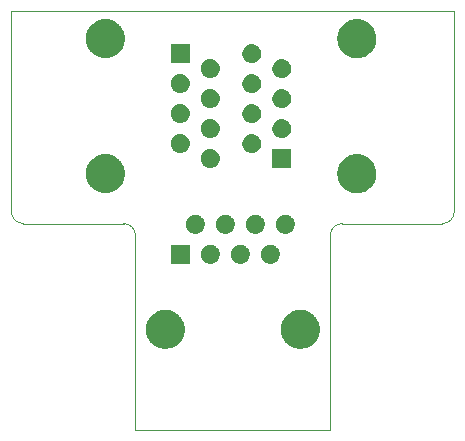
<source format=gbr>
G04 #@! TF.GenerationSoftware,KiCad,Pcbnew,5.99.0-unknown-06c979d~86~ubuntu18.04.1*
G04 #@! TF.CreationDate,2020-01-24T15:10:46+02:00*
G04 #@! TF.ProjectId,interconnect,696e7465-7263-46f6-9e6e-6563742e6b69,rev?*
G04 #@! TF.SameCoordinates,Original*
G04 #@! TF.FileFunction,Soldermask,Top*
G04 #@! TF.FilePolarity,Negative*
%FSLAX46Y46*%
G04 Gerber Fmt 4.6, Leading zero omitted, Abs format (unit mm)*
G04 Created by KiCad (PCBNEW 5.99.0-unknown-06c979d~86~ubuntu18.04.1) date 2020-01-24 15:10:46*
%MOMM*%
%LPD*%
G04 APERTURE LIST*
%ADD10C,0.050000*%
G04 APERTURE END LIST*
D10*
X93000000Y-97500000D02*
G75*
G02*
X92000000Y-96500000I0J1000000D01*
G01*
X129500000Y-96500000D02*
G75*
G02*
X128500000Y-97500000I-1000000J0D01*
G01*
X101500000Y-97500000D02*
G75*
G02*
X102500000Y-98500000I0J-1000000D01*
G01*
X119000000Y-98500000D02*
G75*
G02*
X120000000Y-97500000I1000000J0D01*
G01*
X102500000Y-115000000D02*
X119000000Y-115000000D01*
X102500000Y-98500000D02*
X102500000Y-115000000D01*
X101500000Y-97500000D02*
X93000000Y-97500000D01*
X119000000Y-98500000D02*
X119000000Y-115000000D01*
X128500000Y-97500000D02*
X120000000Y-97500000D01*
X92000000Y-96500000D02*
X92000000Y-79500000D01*
X129500000Y-79500000D02*
X129500000Y-96500000D01*
X92000000Y-79500000D02*
X129500000Y-79500000D01*
G36*
X105103022Y-104799000D02*
G01*
X105159937Y-104799000D01*
X105230165Y-104810123D01*
X105296131Y-104815894D01*
X105353380Y-104829638D01*
X105416610Y-104839653D01*
X105477497Y-104859436D01*
X105534743Y-104873180D01*
X105596136Y-104897984D01*
X105663764Y-104919958D01*
X105714474Y-104945796D01*
X105762265Y-104965105D01*
X105825671Y-105002454D01*
X105895312Y-105037938D01*
X105935587Y-105067200D01*
X105973707Y-105089654D01*
X106036673Y-105140643D01*
X106105554Y-105190688D01*
X106135698Y-105220832D01*
X106164413Y-105244085D01*
X106224234Y-105309368D01*
X106289312Y-105374446D01*
X106310156Y-105403135D01*
X106330196Y-105425005D01*
X106384001Y-105504774D01*
X106442062Y-105584688D01*
X106454904Y-105609892D01*
X106467421Y-105628449D01*
X106512283Y-105722504D01*
X106560042Y-105816236D01*
X106566562Y-105836301D01*
X106573065Y-105849936D01*
X106606094Y-105957971D01*
X106640347Y-106063390D01*
X106642522Y-106077120D01*
X106644810Y-106084605D01*
X106663268Y-106208109D01*
X106681000Y-106320063D01*
X106681000Y-106579937D01*
X106672829Y-106631526D01*
X106672069Y-106660550D01*
X106654747Y-106745691D01*
X106640347Y-106836610D01*
X106629387Y-106870340D01*
X106623474Y-106899406D01*
X106590568Y-106989813D01*
X106560042Y-107083764D01*
X106547199Y-107108971D01*
X106539543Y-107130004D01*
X106489821Y-107221581D01*
X106442062Y-107315312D01*
X106429661Y-107332381D01*
X106422454Y-107345654D01*
X106354473Y-107435867D01*
X106289312Y-107525554D01*
X106279482Y-107535384D01*
X106274770Y-107541637D01*
X106185698Y-107629168D01*
X106105554Y-107709312D01*
X106100141Y-107713245D01*
X106099747Y-107713632D01*
X105901220Y-107857871D01*
X105900728Y-107858127D01*
X105895312Y-107862062D01*
X105794278Y-107913542D01*
X105683550Y-107971183D01*
X105676150Y-107973731D01*
X105663764Y-107980042D01*
X105558333Y-108014298D01*
X105451526Y-108051075D01*
X105436676Y-108053827D01*
X105416610Y-108060347D01*
X105312689Y-108076806D01*
X105210245Y-108095793D01*
X105187881Y-108096574D01*
X105159937Y-108101000D01*
X105061152Y-108101000D01*
X104965002Y-108104358D01*
X104935530Y-108101000D01*
X104900063Y-108101000D01*
X104809148Y-108086600D01*
X104721183Y-108076578D01*
X104685498Y-108067016D01*
X104643390Y-108060347D01*
X104562407Y-108034034D01*
X104484153Y-108013066D01*
X104443585Y-107995427D01*
X104396236Y-107980042D01*
X104326594Y-107944558D01*
X104259113Y-107915216D01*
X104215401Y-107887902D01*
X104164688Y-107862062D01*
X104107156Y-107820263D01*
X104051006Y-107785176D01*
X104006242Y-107746944D01*
X103954446Y-107709312D01*
X103909178Y-107664044D01*
X103864408Y-107625807D01*
X103820964Y-107575830D01*
X103770688Y-107525554D01*
X103737236Y-107479511D01*
X103703419Y-107440609D01*
X103663880Y-107378546D01*
X103617938Y-107315312D01*
X103595337Y-107270955D01*
X103571567Y-107233644D01*
X103538612Y-107159626D01*
X103499958Y-107083764D01*
X103486786Y-107043224D01*
X103471757Y-107009469D01*
X103448096Y-106924148D01*
X103419653Y-106836610D01*
X103414104Y-106801577D01*
X103406178Y-106772995D01*
X103394452Y-106677500D01*
X103379000Y-106579937D01*
X103379000Y-106551652D01*
X103376272Y-106529435D01*
X103379000Y-106425263D01*
X103379000Y-106320063D01*
X103382301Y-106299224D01*
X103382696Y-106284126D01*
X103402313Y-106172872D01*
X103419653Y-106063390D01*
X103423948Y-106050172D01*
X103425307Y-106042463D01*
X103464914Y-105924091D01*
X103499958Y-105816236D01*
X103502998Y-105810269D01*
X103503173Y-105809747D01*
X103614580Y-105591100D01*
X103614898Y-105590654D01*
X103617938Y-105584688D01*
X103684593Y-105492945D01*
X103757081Y-105391321D01*
X103762519Y-105385690D01*
X103770688Y-105374446D01*
X103849036Y-105296098D01*
X103927541Y-105214803D01*
X103939532Y-105205602D01*
X103954446Y-105190688D01*
X104039547Y-105128858D01*
X104122230Y-105065414D01*
X104141806Y-105054563D01*
X104164688Y-105037938D01*
X104252693Y-104993097D01*
X104336850Y-104946448D01*
X104364635Y-104936060D01*
X104396236Y-104919958D01*
X104483770Y-104891517D01*
X104566703Y-104860509D01*
X104602844Y-104852827D01*
X104643390Y-104839653D01*
X104727499Y-104826331D01*
X104806738Y-104809489D01*
X104850887Y-104806789D01*
X104900063Y-104799000D01*
X104978232Y-104799000D01*
X105051675Y-104794508D01*
X105103022Y-104799000D01*
G37*
G36*
X116533022Y-104799000D02*
G01*
X116589937Y-104799000D01*
X116660165Y-104810123D01*
X116726131Y-104815894D01*
X116783380Y-104829638D01*
X116846610Y-104839653D01*
X116907497Y-104859436D01*
X116964743Y-104873180D01*
X117026136Y-104897984D01*
X117093764Y-104919958D01*
X117144474Y-104945796D01*
X117192265Y-104965105D01*
X117255671Y-105002454D01*
X117325312Y-105037938D01*
X117365587Y-105067200D01*
X117403707Y-105089654D01*
X117466673Y-105140643D01*
X117535554Y-105190688D01*
X117565698Y-105220832D01*
X117594413Y-105244085D01*
X117654234Y-105309368D01*
X117719312Y-105374446D01*
X117740156Y-105403135D01*
X117760196Y-105425005D01*
X117814001Y-105504774D01*
X117872062Y-105584688D01*
X117884904Y-105609892D01*
X117897421Y-105628449D01*
X117942283Y-105722504D01*
X117990042Y-105816236D01*
X117996562Y-105836301D01*
X118003065Y-105849936D01*
X118036094Y-105957971D01*
X118070347Y-106063390D01*
X118072522Y-106077120D01*
X118074810Y-106084605D01*
X118093268Y-106208109D01*
X118111000Y-106320063D01*
X118111000Y-106579937D01*
X118102829Y-106631526D01*
X118102069Y-106660550D01*
X118084747Y-106745691D01*
X118070347Y-106836610D01*
X118059387Y-106870340D01*
X118053474Y-106899406D01*
X118020568Y-106989813D01*
X117990042Y-107083764D01*
X117977199Y-107108971D01*
X117969543Y-107130004D01*
X117919821Y-107221581D01*
X117872062Y-107315312D01*
X117859661Y-107332381D01*
X117852454Y-107345654D01*
X117784473Y-107435867D01*
X117719312Y-107525554D01*
X117709482Y-107535384D01*
X117704770Y-107541637D01*
X117615698Y-107629168D01*
X117535554Y-107709312D01*
X117530141Y-107713245D01*
X117529747Y-107713632D01*
X117331220Y-107857871D01*
X117330728Y-107858127D01*
X117325312Y-107862062D01*
X117224278Y-107913542D01*
X117113550Y-107971183D01*
X117106150Y-107973731D01*
X117093764Y-107980042D01*
X116988333Y-108014298D01*
X116881526Y-108051075D01*
X116866676Y-108053827D01*
X116846610Y-108060347D01*
X116742689Y-108076806D01*
X116640245Y-108095793D01*
X116617881Y-108096574D01*
X116589937Y-108101000D01*
X116491152Y-108101000D01*
X116395002Y-108104358D01*
X116365530Y-108101000D01*
X116330063Y-108101000D01*
X116239148Y-108086600D01*
X116151183Y-108076578D01*
X116115498Y-108067016D01*
X116073390Y-108060347D01*
X115992407Y-108034034D01*
X115914153Y-108013066D01*
X115873585Y-107995427D01*
X115826236Y-107980042D01*
X115756594Y-107944558D01*
X115689113Y-107915216D01*
X115645401Y-107887902D01*
X115594688Y-107862062D01*
X115537156Y-107820263D01*
X115481006Y-107785176D01*
X115436242Y-107746944D01*
X115384446Y-107709312D01*
X115339178Y-107664044D01*
X115294408Y-107625807D01*
X115250964Y-107575830D01*
X115200688Y-107525554D01*
X115167236Y-107479511D01*
X115133419Y-107440609D01*
X115093880Y-107378546D01*
X115047938Y-107315312D01*
X115025337Y-107270955D01*
X115001567Y-107233644D01*
X114968612Y-107159626D01*
X114929958Y-107083764D01*
X114916786Y-107043224D01*
X114901757Y-107009469D01*
X114878096Y-106924148D01*
X114849653Y-106836610D01*
X114844104Y-106801577D01*
X114836178Y-106772995D01*
X114824452Y-106677500D01*
X114809000Y-106579937D01*
X114809000Y-106551652D01*
X114806272Y-106529435D01*
X114809000Y-106425263D01*
X114809000Y-106320063D01*
X114812301Y-106299224D01*
X114812696Y-106284126D01*
X114832313Y-106172872D01*
X114849653Y-106063390D01*
X114853948Y-106050172D01*
X114855307Y-106042463D01*
X114894914Y-105924091D01*
X114929958Y-105816236D01*
X114932998Y-105810269D01*
X114933173Y-105809747D01*
X115044580Y-105591100D01*
X115044898Y-105590654D01*
X115047938Y-105584688D01*
X115114593Y-105492945D01*
X115187081Y-105391321D01*
X115192519Y-105385690D01*
X115200688Y-105374446D01*
X115279036Y-105296098D01*
X115357541Y-105214803D01*
X115369532Y-105205602D01*
X115384446Y-105190688D01*
X115469547Y-105128858D01*
X115552230Y-105065414D01*
X115571806Y-105054563D01*
X115594688Y-105037938D01*
X115682693Y-104993097D01*
X115766850Y-104946448D01*
X115794635Y-104936060D01*
X115826236Y-104919958D01*
X115913770Y-104891517D01*
X115996703Y-104860509D01*
X116032844Y-104852827D01*
X116073390Y-104839653D01*
X116157499Y-104826331D01*
X116236738Y-104809489D01*
X116280887Y-104806789D01*
X116330063Y-104799000D01*
X116408232Y-104799000D01*
X116481675Y-104794508D01*
X116533022Y-104799000D01*
G37*
G36*
X111424308Y-99299245D02*
G01*
X111475442Y-99299602D01*
X111514208Y-99308695D01*
X111547453Y-99312189D01*
X111595075Y-99327662D01*
X111650397Y-99340638D01*
X111681102Y-99355614D01*
X111707593Y-99364221D01*
X111755718Y-99392006D01*
X111811913Y-99419414D01*
X111834132Y-99437278D01*
X111853407Y-99448407D01*
X111898743Y-99489227D01*
X111951962Y-99532017D01*
X111966159Y-99549929D01*
X111978539Y-99561076D01*
X112017535Y-99614749D01*
X112063584Y-99672849D01*
X112071015Y-99688360D01*
X112077506Y-99697293D01*
X112106540Y-99762504D01*
X112141232Y-99834911D01*
X112143789Y-99846167D01*
X112145991Y-99851112D01*
X112161645Y-99924759D01*
X112181045Y-100010148D01*
X112180968Y-100015667D01*
X112180999Y-100015813D01*
X112180999Y-100184187D01*
X112178446Y-100196197D01*
X112178223Y-100212183D01*
X112159781Y-100284008D01*
X112145991Y-100348888D01*
X112139217Y-100364103D01*
X112133533Y-100386240D01*
X112102321Y-100446972D01*
X112077506Y-100502707D01*
X112064422Y-100520716D01*
X112051391Y-100546071D01*
X112011205Y-100593963D01*
X111978539Y-100638924D01*
X111957839Y-100657563D01*
X111935880Y-100683732D01*
X111890622Y-100718085D01*
X111853407Y-100751593D01*
X111824451Y-100768311D01*
X111792741Y-100792380D01*
X111746177Y-100813502D01*
X111707593Y-100835779D01*
X111670500Y-100847831D01*
X111629089Y-100866616D01*
X111584541Y-100875761D01*
X111547453Y-100887811D01*
X111503153Y-100892467D01*
X111453056Y-100902751D01*
X111413250Y-100901917D01*
X111380000Y-100905412D01*
X111330196Y-100900177D01*
X111273392Y-100898987D01*
X111240244Y-100890722D01*
X111212547Y-100887811D01*
X111159704Y-100870641D01*
X111099027Y-100855513D01*
X111073578Y-100842658D01*
X111052407Y-100835779D01*
X110999572Y-100805274D01*
X110938627Y-100774489D01*
X110921017Y-100759921D01*
X110906593Y-100751593D01*
X110857302Y-100707211D01*
X110800163Y-100659942D01*
X110789667Y-100646313D01*
X110781461Y-100638924D01*
X110739501Y-100581171D01*
X110690518Y-100517565D01*
X110685677Y-100507088D01*
X110682494Y-100502707D01*
X110651854Y-100433890D01*
X110615141Y-100354435D01*
X110577779Y-100178658D01*
X110579001Y-100091143D01*
X110579001Y-100015813D01*
X110580127Y-100010516D01*
X110580288Y-99998973D01*
X110599170Y-99920926D01*
X110614009Y-99851112D01*
X110618500Y-99841026D01*
X110622544Y-99824309D01*
X110655514Y-99757891D01*
X110682494Y-99697293D01*
X110692283Y-99683820D01*
X110702446Y-99663346D01*
X110745604Y-99610430D01*
X110781461Y-99561076D01*
X110798004Y-99546181D01*
X110816024Y-99524086D01*
X110865298Y-99485589D01*
X110906593Y-99448407D01*
X110930713Y-99434481D01*
X110957632Y-99413450D01*
X111009039Y-99389260D01*
X111052407Y-99364221D01*
X111084203Y-99353890D01*
X111120232Y-99336936D01*
X111170183Y-99325954D01*
X111212547Y-99312189D01*
X111251331Y-99308112D01*
X111295743Y-99298348D01*
X111341209Y-99298665D01*
X111380000Y-99294588D01*
X111424308Y-99299245D01*
G37*
G36*
X108884308Y-99299245D02*
G01*
X108935442Y-99299602D01*
X108974208Y-99308695D01*
X109007453Y-99312189D01*
X109055075Y-99327662D01*
X109110397Y-99340638D01*
X109141102Y-99355614D01*
X109167593Y-99364221D01*
X109215718Y-99392006D01*
X109271913Y-99419414D01*
X109294132Y-99437278D01*
X109313407Y-99448407D01*
X109358743Y-99489227D01*
X109411962Y-99532017D01*
X109426159Y-99549929D01*
X109438539Y-99561076D01*
X109477535Y-99614749D01*
X109523584Y-99672849D01*
X109531015Y-99688360D01*
X109537506Y-99697293D01*
X109566540Y-99762504D01*
X109601232Y-99834911D01*
X109603789Y-99846167D01*
X109605991Y-99851112D01*
X109621645Y-99924759D01*
X109641045Y-100010148D01*
X109640968Y-100015667D01*
X109640999Y-100015813D01*
X109640999Y-100184187D01*
X109638446Y-100196197D01*
X109638223Y-100212183D01*
X109619781Y-100284008D01*
X109605991Y-100348888D01*
X109599217Y-100364103D01*
X109593533Y-100386240D01*
X109562321Y-100446972D01*
X109537506Y-100502707D01*
X109524422Y-100520716D01*
X109511391Y-100546071D01*
X109471205Y-100593963D01*
X109438539Y-100638924D01*
X109417839Y-100657563D01*
X109395880Y-100683732D01*
X109350622Y-100718085D01*
X109313407Y-100751593D01*
X109284451Y-100768311D01*
X109252741Y-100792380D01*
X109206177Y-100813502D01*
X109167593Y-100835779D01*
X109130500Y-100847831D01*
X109089089Y-100866616D01*
X109044541Y-100875761D01*
X109007453Y-100887811D01*
X108963153Y-100892467D01*
X108913056Y-100902751D01*
X108873250Y-100901917D01*
X108840000Y-100905412D01*
X108790196Y-100900177D01*
X108733392Y-100898987D01*
X108700244Y-100890722D01*
X108672547Y-100887811D01*
X108619704Y-100870641D01*
X108559027Y-100855513D01*
X108533578Y-100842658D01*
X108512407Y-100835779D01*
X108459572Y-100805274D01*
X108398627Y-100774489D01*
X108381017Y-100759921D01*
X108366593Y-100751593D01*
X108317302Y-100707211D01*
X108260163Y-100659942D01*
X108249667Y-100646313D01*
X108241461Y-100638924D01*
X108199501Y-100581171D01*
X108150518Y-100517565D01*
X108145677Y-100507088D01*
X108142494Y-100502707D01*
X108111854Y-100433890D01*
X108075141Y-100354435D01*
X108037779Y-100178658D01*
X108039001Y-100091143D01*
X108039001Y-100015813D01*
X108040127Y-100010516D01*
X108040288Y-99998973D01*
X108059170Y-99920926D01*
X108074009Y-99851112D01*
X108078500Y-99841026D01*
X108082544Y-99824309D01*
X108115514Y-99757891D01*
X108142494Y-99697293D01*
X108152283Y-99683820D01*
X108162446Y-99663346D01*
X108205604Y-99610430D01*
X108241461Y-99561076D01*
X108258004Y-99546181D01*
X108276024Y-99524086D01*
X108325298Y-99485589D01*
X108366593Y-99448407D01*
X108390713Y-99434481D01*
X108417632Y-99413450D01*
X108469039Y-99389260D01*
X108512407Y-99364221D01*
X108544203Y-99353890D01*
X108580232Y-99336936D01*
X108630183Y-99325954D01*
X108672547Y-99312189D01*
X108711331Y-99308112D01*
X108755743Y-99298348D01*
X108801209Y-99298665D01*
X108840000Y-99294588D01*
X108884308Y-99299245D01*
G37*
G36*
X113964308Y-99299245D02*
G01*
X114015442Y-99299602D01*
X114054208Y-99308695D01*
X114087453Y-99312189D01*
X114135075Y-99327662D01*
X114190397Y-99340638D01*
X114221102Y-99355614D01*
X114247593Y-99364221D01*
X114295718Y-99392006D01*
X114351913Y-99419414D01*
X114374132Y-99437278D01*
X114393407Y-99448407D01*
X114438743Y-99489227D01*
X114491962Y-99532017D01*
X114506159Y-99549929D01*
X114518539Y-99561076D01*
X114557535Y-99614749D01*
X114603584Y-99672849D01*
X114611015Y-99688360D01*
X114617506Y-99697293D01*
X114646540Y-99762504D01*
X114681232Y-99834911D01*
X114683789Y-99846167D01*
X114685991Y-99851112D01*
X114701645Y-99924759D01*
X114721045Y-100010148D01*
X114720968Y-100015667D01*
X114720999Y-100015813D01*
X114720999Y-100184187D01*
X114718446Y-100196197D01*
X114718223Y-100212183D01*
X114699781Y-100284008D01*
X114685991Y-100348888D01*
X114679217Y-100364103D01*
X114673533Y-100386240D01*
X114642321Y-100446972D01*
X114617506Y-100502707D01*
X114604422Y-100520716D01*
X114591391Y-100546071D01*
X114551205Y-100593963D01*
X114518539Y-100638924D01*
X114497839Y-100657563D01*
X114475880Y-100683732D01*
X114430622Y-100718085D01*
X114393407Y-100751593D01*
X114364451Y-100768311D01*
X114332741Y-100792380D01*
X114286177Y-100813502D01*
X114247593Y-100835779D01*
X114210500Y-100847831D01*
X114169089Y-100866616D01*
X114124541Y-100875761D01*
X114087453Y-100887811D01*
X114043153Y-100892467D01*
X113993056Y-100902751D01*
X113953250Y-100901917D01*
X113920000Y-100905412D01*
X113870196Y-100900177D01*
X113813392Y-100898987D01*
X113780244Y-100890722D01*
X113752547Y-100887811D01*
X113699704Y-100870641D01*
X113639027Y-100855513D01*
X113613578Y-100842658D01*
X113592407Y-100835779D01*
X113539572Y-100805274D01*
X113478627Y-100774489D01*
X113461017Y-100759921D01*
X113446593Y-100751593D01*
X113397302Y-100707211D01*
X113340163Y-100659942D01*
X113329667Y-100646313D01*
X113321461Y-100638924D01*
X113279501Y-100581171D01*
X113230518Y-100517565D01*
X113225677Y-100507088D01*
X113222494Y-100502707D01*
X113191854Y-100433890D01*
X113155141Y-100354435D01*
X113117779Y-100178658D01*
X113119001Y-100091143D01*
X113119001Y-100015813D01*
X113120127Y-100010516D01*
X113120288Y-99998973D01*
X113139170Y-99920926D01*
X113154009Y-99851112D01*
X113158500Y-99841026D01*
X113162544Y-99824309D01*
X113195514Y-99757891D01*
X113222494Y-99697293D01*
X113232283Y-99683820D01*
X113242446Y-99663346D01*
X113285604Y-99610430D01*
X113321461Y-99561076D01*
X113338004Y-99546181D01*
X113356024Y-99524086D01*
X113405298Y-99485589D01*
X113446593Y-99448407D01*
X113470713Y-99434481D01*
X113497632Y-99413450D01*
X113549039Y-99389260D01*
X113592407Y-99364221D01*
X113624203Y-99353890D01*
X113660232Y-99336936D01*
X113710183Y-99325954D01*
X113752547Y-99312189D01*
X113791331Y-99308112D01*
X113835743Y-99298348D01*
X113881209Y-99298665D01*
X113920000Y-99294588D01*
X113964308Y-99299245D01*
G37*
G36*
X107069899Y-99301959D02*
G01*
X107086769Y-99313231D01*
X107098041Y-99330101D01*
X107104448Y-99362312D01*
X107104448Y-100837688D01*
X107101999Y-100850000D01*
X107098041Y-100869899D01*
X107086769Y-100886769D01*
X107069899Y-100898041D01*
X107050000Y-100901999D01*
X107037688Y-100904448D01*
X105562312Y-100904448D01*
X105530101Y-100898041D01*
X105513231Y-100886769D01*
X105501959Y-100869899D01*
X105495552Y-100837688D01*
X105495552Y-99362312D01*
X105501959Y-99330101D01*
X105513231Y-99313231D01*
X105530101Y-99301959D01*
X105562312Y-99295552D01*
X107037688Y-99295552D01*
X107069899Y-99301959D01*
G37*
G36*
X112694308Y-96759245D02*
G01*
X112745442Y-96759602D01*
X112784208Y-96768695D01*
X112817453Y-96772189D01*
X112865075Y-96787662D01*
X112920397Y-96800638D01*
X112951102Y-96815614D01*
X112977593Y-96824221D01*
X113025718Y-96852006D01*
X113081913Y-96879414D01*
X113104132Y-96897278D01*
X113123407Y-96908407D01*
X113168743Y-96949227D01*
X113221962Y-96992017D01*
X113236159Y-97009929D01*
X113248539Y-97021076D01*
X113287535Y-97074749D01*
X113333584Y-97132849D01*
X113341015Y-97148360D01*
X113347506Y-97157293D01*
X113376540Y-97222504D01*
X113411232Y-97294911D01*
X113413789Y-97306167D01*
X113415991Y-97311112D01*
X113431645Y-97384759D01*
X113451045Y-97470148D01*
X113450968Y-97475667D01*
X113450999Y-97475813D01*
X113450999Y-97644187D01*
X113448446Y-97656197D01*
X113448223Y-97672183D01*
X113429781Y-97744008D01*
X113415991Y-97808888D01*
X113409217Y-97824103D01*
X113403533Y-97846240D01*
X113372321Y-97906972D01*
X113347506Y-97962707D01*
X113334422Y-97980716D01*
X113321391Y-98006071D01*
X113281205Y-98053963D01*
X113248539Y-98098924D01*
X113227839Y-98117563D01*
X113205880Y-98143732D01*
X113160622Y-98178085D01*
X113123407Y-98211593D01*
X113094451Y-98228311D01*
X113062741Y-98252380D01*
X113016177Y-98273502D01*
X112977593Y-98295779D01*
X112940500Y-98307831D01*
X112899089Y-98326616D01*
X112854541Y-98335761D01*
X112817453Y-98347811D01*
X112773153Y-98352467D01*
X112723056Y-98362751D01*
X112683250Y-98361917D01*
X112650000Y-98365412D01*
X112600196Y-98360177D01*
X112543392Y-98358987D01*
X112510244Y-98350722D01*
X112482547Y-98347811D01*
X112429704Y-98330641D01*
X112369027Y-98315513D01*
X112343578Y-98302658D01*
X112322407Y-98295779D01*
X112269572Y-98265274D01*
X112208627Y-98234489D01*
X112191017Y-98219921D01*
X112176593Y-98211593D01*
X112127302Y-98167211D01*
X112070163Y-98119942D01*
X112059667Y-98106313D01*
X112051461Y-98098924D01*
X112009501Y-98041171D01*
X111960518Y-97977565D01*
X111955677Y-97967088D01*
X111952494Y-97962707D01*
X111921854Y-97893890D01*
X111885141Y-97814435D01*
X111847779Y-97638658D01*
X111849001Y-97551143D01*
X111849001Y-97475813D01*
X111850127Y-97470516D01*
X111850288Y-97458973D01*
X111869170Y-97380926D01*
X111884009Y-97311112D01*
X111888500Y-97301026D01*
X111892544Y-97284309D01*
X111925514Y-97217891D01*
X111952494Y-97157293D01*
X111962283Y-97143820D01*
X111972446Y-97123346D01*
X112015604Y-97070430D01*
X112051461Y-97021076D01*
X112068004Y-97006181D01*
X112086024Y-96984086D01*
X112135298Y-96945589D01*
X112176593Y-96908407D01*
X112200713Y-96894481D01*
X112227632Y-96873450D01*
X112279039Y-96849260D01*
X112322407Y-96824221D01*
X112354203Y-96813890D01*
X112390232Y-96796936D01*
X112440183Y-96785954D01*
X112482547Y-96772189D01*
X112521331Y-96768112D01*
X112565743Y-96758348D01*
X112611209Y-96758665D01*
X112650000Y-96754588D01*
X112694308Y-96759245D01*
G37*
G36*
X110154308Y-96759245D02*
G01*
X110205442Y-96759602D01*
X110244208Y-96768695D01*
X110277453Y-96772189D01*
X110325075Y-96787662D01*
X110380397Y-96800638D01*
X110411102Y-96815614D01*
X110437593Y-96824221D01*
X110485718Y-96852006D01*
X110541913Y-96879414D01*
X110564132Y-96897278D01*
X110583407Y-96908407D01*
X110628743Y-96949227D01*
X110681962Y-96992017D01*
X110696159Y-97009929D01*
X110708539Y-97021076D01*
X110747535Y-97074749D01*
X110793584Y-97132849D01*
X110801015Y-97148360D01*
X110807506Y-97157293D01*
X110836540Y-97222504D01*
X110871232Y-97294911D01*
X110873789Y-97306167D01*
X110875991Y-97311112D01*
X110891645Y-97384759D01*
X110911045Y-97470148D01*
X110910968Y-97475667D01*
X110910999Y-97475813D01*
X110910999Y-97644187D01*
X110908446Y-97656197D01*
X110908223Y-97672183D01*
X110889781Y-97744008D01*
X110875991Y-97808888D01*
X110869217Y-97824103D01*
X110863533Y-97846240D01*
X110832321Y-97906972D01*
X110807506Y-97962707D01*
X110794422Y-97980716D01*
X110781391Y-98006071D01*
X110741205Y-98053963D01*
X110708539Y-98098924D01*
X110687839Y-98117563D01*
X110665880Y-98143732D01*
X110620622Y-98178085D01*
X110583407Y-98211593D01*
X110554451Y-98228311D01*
X110522741Y-98252380D01*
X110476177Y-98273502D01*
X110437593Y-98295779D01*
X110400500Y-98307831D01*
X110359089Y-98326616D01*
X110314541Y-98335761D01*
X110277453Y-98347811D01*
X110233153Y-98352467D01*
X110183056Y-98362751D01*
X110143250Y-98361917D01*
X110110000Y-98365412D01*
X110060196Y-98360177D01*
X110003392Y-98358987D01*
X109970244Y-98350722D01*
X109942547Y-98347811D01*
X109889704Y-98330641D01*
X109829027Y-98315513D01*
X109803578Y-98302658D01*
X109782407Y-98295779D01*
X109729572Y-98265274D01*
X109668627Y-98234489D01*
X109651017Y-98219921D01*
X109636593Y-98211593D01*
X109587302Y-98167211D01*
X109530163Y-98119942D01*
X109519667Y-98106313D01*
X109511461Y-98098924D01*
X109469501Y-98041171D01*
X109420518Y-97977565D01*
X109415677Y-97967088D01*
X109412494Y-97962707D01*
X109381854Y-97893890D01*
X109345141Y-97814435D01*
X109307779Y-97638658D01*
X109309001Y-97551143D01*
X109309001Y-97475813D01*
X109310127Y-97470516D01*
X109310288Y-97458973D01*
X109329170Y-97380926D01*
X109344009Y-97311112D01*
X109348500Y-97301026D01*
X109352544Y-97284309D01*
X109385514Y-97217891D01*
X109412494Y-97157293D01*
X109422283Y-97143820D01*
X109432446Y-97123346D01*
X109475604Y-97070430D01*
X109511461Y-97021076D01*
X109528004Y-97006181D01*
X109546024Y-96984086D01*
X109595298Y-96945589D01*
X109636593Y-96908407D01*
X109660713Y-96894481D01*
X109687632Y-96873450D01*
X109739039Y-96849260D01*
X109782407Y-96824221D01*
X109814203Y-96813890D01*
X109850232Y-96796936D01*
X109900183Y-96785954D01*
X109942547Y-96772189D01*
X109981331Y-96768112D01*
X110025743Y-96758348D01*
X110071209Y-96758665D01*
X110110000Y-96754588D01*
X110154308Y-96759245D01*
G37*
G36*
X115234308Y-96759245D02*
G01*
X115285442Y-96759602D01*
X115324208Y-96768695D01*
X115357453Y-96772189D01*
X115405075Y-96787662D01*
X115460397Y-96800638D01*
X115491102Y-96815614D01*
X115517593Y-96824221D01*
X115565718Y-96852006D01*
X115621913Y-96879414D01*
X115644132Y-96897278D01*
X115663407Y-96908407D01*
X115708743Y-96949227D01*
X115761962Y-96992017D01*
X115776159Y-97009929D01*
X115788539Y-97021076D01*
X115827535Y-97074749D01*
X115873584Y-97132849D01*
X115881015Y-97148360D01*
X115887506Y-97157293D01*
X115916540Y-97222504D01*
X115951232Y-97294911D01*
X115953789Y-97306167D01*
X115955991Y-97311112D01*
X115971645Y-97384759D01*
X115991045Y-97470148D01*
X115990968Y-97475667D01*
X115990999Y-97475813D01*
X115990999Y-97644187D01*
X115988446Y-97656197D01*
X115988223Y-97672183D01*
X115969781Y-97744008D01*
X115955991Y-97808888D01*
X115949217Y-97824103D01*
X115943533Y-97846240D01*
X115912321Y-97906972D01*
X115887506Y-97962707D01*
X115874422Y-97980716D01*
X115861391Y-98006071D01*
X115821205Y-98053963D01*
X115788539Y-98098924D01*
X115767839Y-98117563D01*
X115745880Y-98143732D01*
X115700622Y-98178085D01*
X115663407Y-98211593D01*
X115634451Y-98228311D01*
X115602741Y-98252380D01*
X115556177Y-98273502D01*
X115517593Y-98295779D01*
X115480500Y-98307831D01*
X115439089Y-98326616D01*
X115394541Y-98335761D01*
X115357453Y-98347811D01*
X115313153Y-98352467D01*
X115263056Y-98362751D01*
X115223250Y-98361917D01*
X115190000Y-98365412D01*
X115140196Y-98360177D01*
X115083392Y-98358987D01*
X115050244Y-98350722D01*
X115022547Y-98347811D01*
X114969704Y-98330641D01*
X114909027Y-98315513D01*
X114883578Y-98302658D01*
X114862407Y-98295779D01*
X114809572Y-98265274D01*
X114748627Y-98234489D01*
X114731017Y-98219921D01*
X114716593Y-98211593D01*
X114667302Y-98167211D01*
X114610163Y-98119942D01*
X114599667Y-98106313D01*
X114591461Y-98098924D01*
X114549501Y-98041171D01*
X114500518Y-97977565D01*
X114495677Y-97967088D01*
X114492494Y-97962707D01*
X114461854Y-97893890D01*
X114425141Y-97814435D01*
X114387779Y-97638658D01*
X114389001Y-97551143D01*
X114389001Y-97475813D01*
X114390127Y-97470516D01*
X114390288Y-97458973D01*
X114409170Y-97380926D01*
X114424009Y-97311112D01*
X114428500Y-97301026D01*
X114432544Y-97284309D01*
X114465514Y-97217891D01*
X114492494Y-97157293D01*
X114502283Y-97143820D01*
X114512446Y-97123346D01*
X114555604Y-97070430D01*
X114591461Y-97021076D01*
X114608004Y-97006181D01*
X114626024Y-96984086D01*
X114675298Y-96945589D01*
X114716593Y-96908407D01*
X114740713Y-96894481D01*
X114767632Y-96873450D01*
X114819039Y-96849260D01*
X114862407Y-96824221D01*
X114894203Y-96813890D01*
X114930232Y-96796936D01*
X114980183Y-96785954D01*
X115022547Y-96772189D01*
X115061331Y-96768112D01*
X115105743Y-96758348D01*
X115151209Y-96758665D01*
X115190000Y-96754588D01*
X115234308Y-96759245D01*
G37*
G36*
X107614308Y-96759245D02*
G01*
X107665442Y-96759602D01*
X107704208Y-96768695D01*
X107737453Y-96772189D01*
X107785075Y-96787662D01*
X107840397Y-96800638D01*
X107871102Y-96815614D01*
X107897593Y-96824221D01*
X107945718Y-96852006D01*
X108001913Y-96879414D01*
X108024132Y-96897278D01*
X108043407Y-96908407D01*
X108088743Y-96949227D01*
X108141962Y-96992017D01*
X108156159Y-97009929D01*
X108168539Y-97021076D01*
X108207535Y-97074749D01*
X108253584Y-97132849D01*
X108261015Y-97148360D01*
X108267506Y-97157293D01*
X108296540Y-97222504D01*
X108331232Y-97294911D01*
X108333789Y-97306167D01*
X108335991Y-97311112D01*
X108351645Y-97384759D01*
X108371045Y-97470148D01*
X108370968Y-97475667D01*
X108370999Y-97475813D01*
X108370999Y-97644187D01*
X108368446Y-97656197D01*
X108368223Y-97672183D01*
X108349781Y-97744008D01*
X108335991Y-97808888D01*
X108329217Y-97824103D01*
X108323533Y-97846240D01*
X108292321Y-97906972D01*
X108267506Y-97962707D01*
X108254422Y-97980716D01*
X108241391Y-98006071D01*
X108201205Y-98053963D01*
X108168539Y-98098924D01*
X108147839Y-98117563D01*
X108125880Y-98143732D01*
X108080622Y-98178085D01*
X108043407Y-98211593D01*
X108014451Y-98228311D01*
X107982741Y-98252380D01*
X107936177Y-98273502D01*
X107897593Y-98295779D01*
X107860500Y-98307831D01*
X107819089Y-98326616D01*
X107774541Y-98335761D01*
X107737453Y-98347811D01*
X107693153Y-98352467D01*
X107643056Y-98362751D01*
X107603250Y-98361917D01*
X107570000Y-98365412D01*
X107520196Y-98360177D01*
X107463392Y-98358987D01*
X107430244Y-98350722D01*
X107402547Y-98347811D01*
X107349704Y-98330641D01*
X107289027Y-98315513D01*
X107263578Y-98302658D01*
X107242407Y-98295779D01*
X107189572Y-98265274D01*
X107128627Y-98234489D01*
X107111017Y-98219921D01*
X107096593Y-98211593D01*
X107047302Y-98167211D01*
X106990163Y-98119942D01*
X106979667Y-98106313D01*
X106971461Y-98098924D01*
X106929501Y-98041171D01*
X106880518Y-97977565D01*
X106875677Y-97967088D01*
X106872494Y-97962707D01*
X106841854Y-97893890D01*
X106805141Y-97814435D01*
X106767779Y-97638658D01*
X106769001Y-97551143D01*
X106769001Y-97475813D01*
X106770127Y-97470516D01*
X106770288Y-97458973D01*
X106789170Y-97380926D01*
X106804009Y-97311112D01*
X106808500Y-97301026D01*
X106812544Y-97284309D01*
X106845514Y-97217891D01*
X106872494Y-97157293D01*
X106882283Y-97143820D01*
X106892446Y-97123346D01*
X106935604Y-97070430D01*
X106971461Y-97021076D01*
X106988004Y-97006181D01*
X107006024Y-96984086D01*
X107055298Y-96945589D01*
X107096593Y-96908407D01*
X107120713Y-96894481D01*
X107147632Y-96873450D01*
X107199039Y-96849260D01*
X107242407Y-96824221D01*
X107274203Y-96813890D01*
X107310232Y-96796936D01*
X107360183Y-96785954D01*
X107402547Y-96772189D01*
X107441331Y-96768112D01*
X107485743Y-96758348D01*
X107531209Y-96758665D01*
X107570000Y-96754588D01*
X107614308Y-96759245D01*
G37*
G36*
X121323022Y-91619000D02*
G01*
X121379937Y-91619000D01*
X121450165Y-91630123D01*
X121516131Y-91635894D01*
X121573380Y-91649638D01*
X121636610Y-91659653D01*
X121697497Y-91679436D01*
X121754743Y-91693180D01*
X121816136Y-91717984D01*
X121883764Y-91739958D01*
X121934474Y-91765796D01*
X121982265Y-91785105D01*
X122045671Y-91822454D01*
X122115312Y-91857938D01*
X122155587Y-91887200D01*
X122193707Y-91909654D01*
X122256673Y-91960643D01*
X122325554Y-92010688D01*
X122355698Y-92040832D01*
X122384413Y-92064085D01*
X122444234Y-92129368D01*
X122509312Y-92194446D01*
X122530156Y-92223135D01*
X122550196Y-92245005D01*
X122604001Y-92324774D01*
X122662062Y-92404688D01*
X122674904Y-92429892D01*
X122687421Y-92448449D01*
X122732283Y-92542504D01*
X122780042Y-92636236D01*
X122786562Y-92656301D01*
X122793065Y-92669936D01*
X122826094Y-92777971D01*
X122860347Y-92883390D01*
X122862522Y-92897120D01*
X122864810Y-92904605D01*
X122883268Y-93028109D01*
X122901000Y-93140063D01*
X122901000Y-93399937D01*
X122892829Y-93451526D01*
X122892069Y-93480550D01*
X122874747Y-93565691D01*
X122860347Y-93656610D01*
X122849387Y-93690340D01*
X122843474Y-93719406D01*
X122810568Y-93809813D01*
X122780042Y-93903764D01*
X122767199Y-93928971D01*
X122759543Y-93950004D01*
X122709821Y-94041581D01*
X122662062Y-94135312D01*
X122649661Y-94152381D01*
X122642454Y-94165654D01*
X122574473Y-94255867D01*
X122509312Y-94345554D01*
X122499482Y-94355384D01*
X122494770Y-94361637D01*
X122405698Y-94449168D01*
X122325554Y-94529312D01*
X122320141Y-94533245D01*
X122319747Y-94533632D01*
X122121220Y-94677871D01*
X122120728Y-94678127D01*
X122115312Y-94682062D01*
X122014278Y-94733542D01*
X121903550Y-94791183D01*
X121896150Y-94793731D01*
X121883764Y-94800042D01*
X121778333Y-94834298D01*
X121671526Y-94871075D01*
X121656676Y-94873827D01*
X121636610Y-94880347D01*
X121532689Y-94896806D01*
X121430245Y-94915793D01*
X121407881Y-94916574D01*
X121379937Y-94921000D01*
X121281152Y-94921000D01*
X121185002Y-94924358D01*
X121155530Y-94921000D01*
X121120063Y-94921000D01*
X121029148Y-94906600D01*
X120941183Y-94896578D01*
X120905498Y-94887016D01*
X120863390Y-94880347D01*
X120782407Y-94854034D01*
X120704153Y-94833066D01*
X120663585Y-94815427D01*
X120616236Y-94800042D01*
X120546594Y-94764558D01*
X120479113Y-94735216D01*
X120435401Y-94707902D01*
X120384688Y-94682062D01*
X120327156Y-94640263D01*
X120271006Y-94605176D01*
X120226242Y-94566944D01*
X120174446Y-94529312D01*
X120129178Y-94484044D01*
X120084408Y-94445807D01*
X120040964Y-94395830D01*
X119990688Y-94345554D01*
X119957236Y-94299511D01*
X119923419Y-94260609D01*
X119883880Y-94198546D01*
X119837938Y-94135312D01*
X119815337Y-94090955D01*
X119791567Y-94053644D01*
X119758612Y-93979626D01*
X119719958Y-93903764D01*
X119706786Y-93863224D01*
X119691757Y-93829469D01*
X119668096Y-93744148D01*
X119639653Y-93656610D01*
X119634104Y-93621577D01*
X119626178Y-93592995D01*
X119614452Y-93497500D01*
X119599000Y-93399937D01*
X119599000Y-93371652D01*
X119596272Y-93349435D01*
X119599000Y-93245263D01*
X119599000Y-93140063D01*
X119602301Y-93119224D01*
X119602696Y-93104126D01*
X119622313Y-92992872D01*
X119639653Y-92883390D01*
X119643948Y-92870172D01*
X119645307Y-92862463D01*
X119684914Y-92744091D01*
X119719958Y-92636236D01*
X119722998Y-92630269D01*
X119723173Y-92629747D01*
X119834580Y-92411100D01*
X119834898Y-92410654D01*
X119837938Y-92404688D01*
X119904593Y-92312945D01*
X119977081Y-92211321D01*
X119982519Y-92205690D01*
X119990688Y-92194446D01*
X120069036Y-92116098D01*
X120147541Y-92034803D01*
X120159532Y-92025602D01*
X120174446Y-92010688D01*
X120259547Y-91948858D01*
X120342230Y-91885414D01*
X120361806Y-91874563D01*
X120384688Y-91857938D01*
X120472693Y-91813097D01*
X120556850Y-91766448D01*
X120584635Y-91756060D01*
X120616236Y-91739958D01*
X120703770Y-91711517D01*
X120786703Y-91680509D01*
X120822844Y-91672827D01*
X120863390Y-91659653D01*
X120947499Y-91646331D01*
X121026738Y-91629489D01*
X121070887Y-91626789D01*
X121120063Y-91619000D01*
X121198232Y-91619000D01*
X121271675Y-91614508D01*
X121323022Y-91619000D01*
G37*
G36*
X100023022Y-91609000D02*
G01*
X100079937Y-91609000D01*
X100150165Y-91620123D01*
X100216131Y-91625894D01*
X100273380Y-91639638D01*
X100336610Y-91649653D01*
X100397497Y-91669436D01*
X100454743Y-91683180D01*
X100516136Y-91707984D01*
X100583764Y-91729958D01*
X100634474Y-91755796D01*
X100682265Y-91775105D01*
X100745671Y-91812454D01*
X100815312Y-91847938D01*
X100855587Y-91877200D01*
X100893707Y-91899654D01*
X100956673Y-91950643D01*
X101025554Y-92000688D01*
X101055698Y-92030832D01*
X101084413Y-92054085D01*
X101144234Y-92119368D01*
X101209312Y-92184446D01*
X101230156Y-92213135D01*
X101250196Y-92235005D01*
X101304001Y-92314774D01*
X101362062Y-92394688D01*
X101374904Y-92419892D01*
X101387421Y-92438449D01*
X101432283Y-92532504D01*
X101480042Y-92626236D01*
X101486562Y-92646301D01*
X101493065Y-92659936D01*
X101526094Y-92767971D01*
X101560347Y-92873390D01*
X101562522Y-92887120D01*
X101564810Y-92894605D01*
X101583268Y-93018109D01*
X101601000Y-93130063D01*
X101601000Y-93389937D01*
X101592829Y-93441526D01*
X101592069Y-93470550D01*
X101574747Y-93555691D01*
X101560347Y-93646610D01*
X101549387Y-93680340D01*
X101543474Y-93709406D01*
X101510568Y-93799813D01*
X101480042Y-93893764D01*
X101467199Y-93918971D01*
X101459543Y-93940004D01*
X101409821Y-94031581D01*
X101362062Y-94125312D01*
X101349661Y-94142381D01*
X101342454Y-94155654D01*
X101274473Y-94245867D01*
X101209312Y-94335554D01*
X101199482Y-94345384D01*
X101194770Y-94351637D01*
X101105698Y-94439168D01*
X101025554Y-94519312D01*
X101020141Y-94523245D01*
X101019747Y-94523632D01*
X100821220Y-94667871D01*
X100820728Y-94668127D01*
X100815312Y-94672062D01*
X100714278Y-94723542D01*
X100603550Y-94781183D01*
X100596150Y-94783731D01*
X100583764Y-94790042D01*
X100478333Y-94824298D01*
X100371526Y-94861075D01*
X100356676Y-94863827D01*
X100336610Y-94870347D01*
X100232689Y-94886806D01*
X100130245Y-94905793D01*
X100107881Y-94906574D01*
X100079937Y-94911000D01*
X99981152Y-94911000D01*
X99885002Y-94914358D01*
X99855530Y-94911000D01*
X99820063Y-94911000D01*
X99729148Y-94896600D01*
X99641183Y-94886578D01*
X99605498Y-94877016D01*
X99563390Y-94870347D01*
X99482407Y-94844034D01*
X99404153Y-94823066D01*
X99363585Y-94805427D01*
X99316236Y-94790042D01*
X99246594Y-94754558D01*
X99179113Y-94725216D01*
X99135401Y-94697902D01*
X99084688Y-94672062D01*
X99027156Y-94630263D01*
X98971006Y-94595176D01*
X98926242Y-94556944D01*
X98874446Y-94519312D01*
X98829178Y-94474044D01*
X98784408Y-94435807D01*
X98740964Y-94385830D01*
X98690688Y-94335554D01*
X98657236Y-94289511D01*
X98623419Y-94250609D01*
X98583880Y-94188546D01*
X98537938Y-94125312D01*
X98515337Y-94080955D01*
X98491567Y-94043644D01*
X98458612Y-93969626D01*
X98419958Y-93893764D01*
X98406786Y-93853224D01*
X98391757Y-93819469D01*
X98368096Y-93734148D01*
X98339653Y-93646610D01*
X98334104Y-93611577D01*
X98326178Y-93582995D01*
X98314452Y-93487500D01*
X98299000Y-93389937D01*
X98299000Y-93361652D01*
X98296272Y-93339435D01*
X98299000Y-93235263D01*
X98299000Y-93130063D01*
X98302301Y-93109224D01*
X98302696Y-93094126D01*
X98322313Y-92982872D01*
X98339653Y-92873390D01*
X98343948Y-92860172D01*
X98345307Y-92852463D01*
X98384914Y-92734091D01*
X98419958Y-92626236D01*
X98422998Y-92620269D01*
X98423173Y-92619747D01*
X98534580Y-92401100D01*
X98534898Y-92400654D01*
X98537938Y-92394688D01*
X98604593Y-92302945D01*
X98677081Y-92201321D01*
X98682519Y-92195690D01*
X98690688Y-92184446D01*
X98769036Y-92106098D01*
X98847541Y-92024803D01*
X98859532Y-92015602D01*
X98874446Y-92000688D01*
X98959547Y-91938858D01*
X99042230Y-91875414D01*
X99061806Y-91864563D01*
X99084688Y-91847938D01*
X99172693Y-91803097D01*
X99256850Y-91756448D01*
X99284635Y-91746060D01*
X99316236Y-91729958D01*
X99403770Y-91701517D01*
X99486703Y-91670509D01*
X99522844Y-91662827D01*
X99563390Y-91649653D01*
X99647499Y-91636331D01*
X99726738Y-91619489D01*
X99770887Y-91616789D01*
X99820063Y-91609000D01*
X99898232Y-91609000D01*
X99971675Y-91604508D01*
X100023022Y-91609000D01*
G37*
G36*
X115669899Y-91201959D02*
G01*
X115686769Y-91213231D01*
X115698041Y-91230101D01*
X115704448Y-91262312D01*
X115704448Y-92737688D01*
X115701999Y-92750000D01*
X115698041Y-92769899D01*
X115686769Y-92786769D01*
X115669899Y-92798041D01*
X115650000Y-92801999D01*
X115637688Y-92804448D01*
X114162312Y-92804448D01*
X114130101Y-92798041D01*
X114113231Y-92786769D01*
X114101959Y-92769899D01*
X114095552Y-92737688D01*
X114095552Y-91262312D01*
X114101959Y-91230101D01*
X114113231Y-91213231D01*
X114130101Y-91201959D01*
X114162312Y-91195552D01*
X115637688Y-91195552D01*
X115669899Y-91201959D01*
G37*
G36*
X108884308Y-91189245D02*
G01*
X108935442Y-91189602D01*
X108974208Y-91198695D01*
X109007453Y-91202189D01*
X109055075Y-91217662D01*
X109110397Y-91230638D01*
X109141102Y-91245614D01*
X109167593Y-91254221D01*
X109215718Y-91282006D01*
X109271913Y-91309414D01*
X109294132Y-91327278D01*
X109313407Y-91338407D01*
X109358743Y-91379227D01*
X109411962Y-91422017D01*
X109426159Y-91439929D01*
X109438539Y-91451076D01*
X109477535Y-91504749D01*
X109523584Y-91562849D01*
X109531015Y-91578360D01*
X109537506Y-91587293D01*
X109566540Y-91652504D01*
X109601232Y-91724911D01*
X109603789Y-91736167D01*
X109605991Y-91741112D01*
X109621645Y-91814759D01*
X109641045Y-91900148D01*
X109640968Y-91905667D01*
X109640999Y-91905813D01*
X109640999Y-92074187D01*
X109638446Y-92086197D01*
X109638223Y-92102183D01*
X109619781Y-92174008D01*
X109605991Y-92238888D01*
X109599217Y-92254103D01*
X109593533Y-92276240D01*
X109562321Y-92336972D01*
X109537506Y-92392707D01*
X109524422Y-92410716D01*
X109511391Y-92436071D01*
X109471205Y-92483963D01*
X109438539Y-92528924D01*
X109417839Y-92547563D01*
X109395880Y-92573732D01*
X109350622Y-92608085D01*
X109313407Y-92641593D01*
X109284451Y-92658311D01*
X109252741Y-92682380D01*
X109206177Y-92703502D01*
X109167593Y-92725779D01*
X109130500Y-92737831D01*
X109089089Y-92756616D01*
X109044541Y-92765761D01*
X109007453Y-92777811D01*
X108963153Y-92782467D01*
X108913056Y-92792751D01*
X108873250Y-92791917D01*
X108840000Y-92795412D01*
X108790196Y-92790177D01*
X108733392Y-92788987D01*
X108700244Y-92780722D01*
X108672547Y-92777811D01*
X108619704Y-92760641D01*
X108559027Y-92745513D01*
X108533578Y-92732658D01*
X108512407Y-92725779D01*
X108459572Y-92695274D01*
X108398627Y-92664489D01*
X108381017Y-92649921D01*
X108366593Y-92641593D01*
X108317302Y-92597211D01*
X108260163Y-92549942D01*
X108249667Y-92536313D01*
X108241461Y-92528924D01*
X108199501Y-92471171D01*
X108150518Y-92407565D01*
X108145677Y-92397088D01*
X108142494Y-92392707D01*
X108111854Y-92323890D01*
X108075141Y-92244435D01*
X108037779Y-92068658D01*
X108039001Y-91981143D01*
X108039001Y-91905813D01*
X108040127Y-91900516D01*
X108040288Y-91888973D01*
X108059170Y-91810926D01*
X108074009Y-91741112D01*
X108078500Y-91731026D01*
X108082544Y-91714309D01*
X108115514Y-91647891D01*
X108142494Y-91587293D01*
X108152283Y-91573820D01*
X108162446Y-91553346D01*
X108205604Y-91500430D01*
X108241461Y-91451076D01*
X108258004Y-91436181D01*
X108276024Y-91414086D01*
X108325298Y-91375589D01*
X108366593Y-91338407D01*
X108390713Y-91324481D01*
X108417632Y-91303450D01*
X108469039Y-91279260D01*
X108512407Y-91254221D01*
X108544203Y-91243890D01*
X108580232Y-91226936D01*
X108630183Y-91215954D01*
X108672547Y-91202189D01*
X108711331Y-91198112D01*
X108755743Y-91188348D01*
X108801209Y-91188665D01*
X108840000Y-91184588D01*
X108884308Y-91189245D01*
G37*
G36*
X112404308Y-89929245D02*
G01*
X112455442Y-89929602D01*
X112494208Y-89938695D01*
X112527453Y-89942189D01*
X112575075Y-89957662D01*
X112630397Y-89970638D01*
X112661102Y-89985614D01*
X112687593Y-89994221D01*
X112735718Y-90022006D01*
X112791913Y-90049414D01*
X112814132Y-90067278D01*
X112833407Y-90078407D01*
X112878743Y-90119227D01*
X112931962Y-90162017D01*
X112946159Y-90179929D01*
X112958539Y-90191076D01*
X112997535Y-90244749D01*
X113043584Y-90302849D01*
X113051015Y-90318360D01*
X113057506Y-90327293D01*
X113086540Y-90392504D01*
X113121232Y-90464911D01*
X113123789Y-90476167D01*
X113125991Y-90481112D01*
X113141645Y-90554759D01*
X113161045Y-90640148D01*
X113160968Y-90645667D01*
X113160999Y-90645813D01*
X113160999Y-90814187D01*
X113158446Y-90826197D01*
X113158223Y-90842183D01*
X113139781Y-90914008D01*
X113125991Y-90978888D01*
X113119217Y-90994103D01*
X113113533Y-91016240D01*
X113082321Y-91076972D01*
X113057506Y-91132707D01*
X113044422Y-91150716D01*
X113031391Y-91176071D01*
X112991205Y-91223963D01*
X112958539Y-91268924D01*
X112937839Y-91287563D01*
X112915880Y-91313732D01*
X112870622Y-91348085D01*
X112833407Y-91381593D01*
X112804451Y-91398311D01*
X112772741Y-91422380D01*
X112726177Y-91443502D01*
X112687593Y-91465779D01*
X112650500Y-91477831D01*
X112609089Y-91496616D01*
X112564541Y-91505761D01*
X112527453Y-91517811D01*
X112483153Y-91522467D01*
X112433056Y-91532751D01*
X112393250Y-91531917D01*
X112360000Y-91535412D01*
X112310196Y-91530177D01*
X112253392Y-91528987D01*
X112220244Y-91520722D01*
X112192547Y-91517811D01*
X112139704Y-91500641D01*
X112079027Y-91485513D01*
X112053578Y-91472658D01*
X112032407Y-91465779D01*
X111979572Y-91435274D01*
X111918627Y-91404489D01*
X111901017Y-91389921D01*
X111886593Y-91381593D01*
X111837302Y-91337211D01*
X111780163Y-91289942D01*
X111769667Y-91276313D01*
X111761461Y-91268924D01*
X111719501Y-91211171D01*
X111670518Y-91147565D01*
X111665677Y-91137088D01*
X111662494Y-91132707D01*
X111631854Y-91063890D01*
X111595141Y-90984435D01*
X111557779Y-90808658D01*
X111559001Y-90721143D01*
X111559001Y-90645813D01*
X111560127Y-90640516D01*
X111560288Y-90628973D01*
X111579170Y-90550926D01*
X111594009Y-90481112D01*
X111598500Y-90471026D01*
X111602544Y-90454309D01*
X111635514Y-90387891D01*
X111662494Y-90327293D01*
X111672283Y-90313820D01*
X111682446Y-90293346D01*
X111725604Y-90240430D01*
X111761461Y-90191076D01*
X111778004Y-90176181D01*
X111796024Y-90154086D01*
X111845298Y-90115589D01*
X111886593Y-90078407D01*
X111910713Y-90064481D01*
X111937632Y-90043450D01*
X111989039Y-90019260D01*
X112032407Y-89994221D01*
X112064203Y-89983890D01*
X112100232Y-89966936D01*
X112150183Y-89955954D01*
X112192547Y-89942189D01*
X112231331Y-89938112D01*
X112275743Y-89928348D01*
X112321209Y-89928665D01*
X112360000Y-89924588D01*
X112404308Y-89929245D01*
G37*
G36*
X106344308Y-89919245D02*
G01*
X106395442Y-89919602D01*
X106434208Y-89928695D01*
X106467453Y-89932189D01*
X106515075Y-89947662D01*
X106570397Y-89960638D01*
X106601102Y-89975614D01*
X106627593Y-89984221D01*
X106675718Y-90012006D01*
X106731913Y-90039414D01*
X106754132Y-90057278D01*
X106773407Y-90068407D01*
X106818743Y-90109227D01*
X106871962Y-90152017D01*
X106886159Y-90169929D01*
X106898539Y-90181076D01*
X106937535Y-90234749D01*
X106983584Y-90292849D01*
X106991015Y-90308360D01*
X106997506Y-90317293D01*
X107026540Y-90382504D01*
X107061232Y-90454911D01*
X107063789Y-90466167D01*
X107065991Y-90471112D01*
X107081645Y-90544759D01*
X107101045Y-90630148D01*
X107100968Y-90635667D01*
X107100999Y-90635813D01*
X107100999Y-90804187D01*
X107098446Y-90816197D01*
X107098223Y-90832183D01*
X107079781Y-90904008D01*
X107065991Y-90968888D01*
X107059217Y-90984103D01*
X107053533Y-91006240D01*
X107022321Y-91066972D01*
X106997506Y-91122707D01*
X106984422Y-91140716D01*
X106971391Y-91166071D01*
X106931205Y-91213963D01*
X106898539Y-91258924D01*
X106877839Y-91277563D01*
X106855880Y-91303732D01*
X106810622Y-91338085D01*
X106773407Y-91371593D01*
X106744451Y-91388311D01*
X106712741Y-91412380D01*
X106666177Y-91433502D01*
X106627593Y-91455779D01*
X106590500Y-91467831D01*
X106549089Y-91486616D01*
X106504541Y-91495761D01*
X106467453Y-91507811D01*
X106423153Y-91512467D01*
X106373056Y-91522751D01*
X106333250Y-91521917D01*
X106300000Y-91525412D01*
X106250196Y-91520177D01*
X106193392Y-91518987D01*
X106160244Y-91510722D01*
X106132547Y-91507811D01*
X106079704Y-91490641D01*
X106019027Y-91475513D01*
X105993578Y-91462658D01*
X105972407Y-91455779D01*
X105919572Y-91425274D01*
X105858627Y-91394489D01*
X105841017Y-91379921D01*
X105826593Y-91371593D01*
X105777302Y-91327211D01*
X105720163Y-91279942D01*
X105709667Y-91266313D01*
X105701461Y-91258924D01*
X105659501Y-91201171D01*
X105610518Y-91137565D01*
X105605677Y-91127088D01*
X105602494Y-91122707D01*
X105571854Y-91053890D01*
X105535141Y-90974435D01*
X105497779Y-90798658D01*
X105499001Y-90711143D01*
X105499001Y-90635813D01*
X105500127Y-90630516D01*
X105500288Y-90618973D01*
X105519170Y-90540926D01*
X105534009Y-90471112D01*
X105538500Y-90461026D01*
X105542544Y-90444309D01*
X105575514Y-90377891D01*
X105602494Y-90317293D01*
X105612283Y-90303820D01*
X105622446Y-90283346D01*
X105665604Y-90230430D01*
X105701461Y-90181076D01*
X105718004Y-90166181D01*
X105736024Y-90144086D01*
X105785298Y-90105589D01*
X105826593Y-90068407D01*
X105850713Y-90054481D01*
X105877632Y-90033450D01*
X105929039Y-90009260D01*
X105972407Y-89984221D01*
X106004203Y-89973890D01*
X106040232Y-89956936D01*
X106090183Y-89945954D01*
X106132547Y-89932189D01*
X106171331Y-89928112D01*
X106215743Y-89918348D01*
X106261209Y-89918665D01*
X106300000Y-89914588D01*
X106344308Y-89919245D01*
G37*
G36*
X114944308Y-88659245D02*
G01*
X114995442Y-88659602D01*
X115034208Y-88668695D01*
X115067453Y-88672189D01*
X115115075Y-88687662D01*
X115170397Y-88700638D01*
X115201102Y-88715614D01*
X115227593Y-88724221D01*
X115275718Y-88752006D01*
X115331913Y-88779414D01*
X115354132Y-88797278D01*
X115373407Y-88808407D01*
X115418743Y-88849227D01*
X115471962Y-88892017D01*
X115486159Y-88909929D01*
X115498539Y-88921076D01*
X115537535Y-88974749D01*
X115583584Y-89032849D01*
X115591015Y-89048360D01*
X115597506Y-89057293D01*
X115626540Y-89122504D01*
X115661232Y-89194911D01*
X115663789Y-89206167D01*
X115665991Y-89211112D01*
X115681645Y-89284759D01*
X115701045Y-89370148D01*
X115700968Y-89375667D01*
X115700999Y-89375813D01*
X115700999Y-89544187D01*
X115698446Y-89556197D01*
X115698223Y-89572183D01*
X115679781Y-89644008D01*
X115665991Y-89708888D01*
X115659217Y-89724103D01*
X115653533Y-89746240D01*
X115622321Y-89806972D01*
X115597506Y-89862707D01*
X115584422Y-89880716D01*
X115571391Y-89906071D01*
X115531205Y-89953963D01*
X115498539Y-89998924D01*
X115477839Y-90017563D01*
X115455880Y-90043732D01*
X115410622Y-90078085D01*
X115373407Y-90111593D01*
X115344451Y-90128311D01*
X115312741Y-90152380D01*
X115266177Y-90173502D01*
X115227593Y-90195779D01*
X115190500Y-90207831D01*
X115149089Y-90226616D01*
X115104541Y-90235761D01*
X115067453Y-90247811D01*
X115023153Y-90252467D01*
X114973056Y-90262751D01*
X114933250Y-90261917D01*
X114900000Y-90265412D01*
X114850196Y-90260177D01*
X114793392Y-90258987D01*
X114760244Y-90250722D01*
X114732547Y-90247811D01*
X114679704Y-90230641D01*
X114619027Y-90215513D01*
X114593578Y-90202658D01*
X114572407Y-90195779D01*
X114519572Y-90165274D01*
X114458627Y-90134489D01*
X114441017Y-90119921D01*
X114426593Y-90111593D01*
X114377302Y-90067211D01*
X114320163Y-90019942D01*
X114309667Y-90006313D01*
X114301461Y-89998924D01*
X114259501Y-89941171D01*
X114210518Y-89877565D01*
X114205677Y-89867088D01*
X114202494Y-89862707D01*
X114171854Y-89793890D01*
X114135141Y-89714435D01*
X114097779Y-89538658D01*
X114099001Y-89451143D01*
X114099001Y-89375813D01*
X114100127Y-89370516D01*
X114100288Y-89358973D01*
X114119170Y-89280926D01*
X114134009Y-89211112D01*
X114138500Y-89201026D01*
X114142544Y-89184309D01*
X114175514Y-89117891D01*
X114202494Y-89057293D01*
X114212283Y-89043820D01*
X114222446Y-89023346D01*
X114265604Y-88970430D01*
X114301461Y-88921076D01*
X114318004Y-88906181D01*
X114336024Y-88884086D01*
X114385298Y-88845589D01*
X114426593Y-88808407D01*
X114450713Y-88794481D01*
X114477632Y-88773450D01*
X114529039Y-88749260D01*
X114572407Y-88724221D01*
X114604203Y-88713890D01*
X114640232Y-88696936D01*
X114690183Y-88685954D01*
X114732547Y-88672189D01*
X114771331Y-88668112D01*
X114815743Y-88658348D01*
X114861209Y-88658665D01*
X114900000Y-88654588D01*
X114944308Y-88659245D01*
G37*
G36*
X108884308Y-88649245D02*
G01*
X108935442Y-88649602D01*
X108974208Y-88658695D01*
X109007453Y-88662189D01*
X109055075Y-88677662D01*
X109110397Y-88690638D01*
X109141102Y-88705614D01*
X109167593Y-88714221D01*
X109215718Y-88742006D01*
X109271913Y-88769414D01*
X109294132Y-88787278D01*
X109313407Y-88798407D01*
X109358743Y-88839227D01*
X109411962Y-88882017D01*
X109426159Y-88899929D01*
X109438539Y-88911076D01*
X109477535Y-88964749D01*
X109523584Y-89022849D01*
X109531015Y-89038360D01*
X109537506Y-89047293D01*
X109566540Y-89112504D01*
X109601232Y-89184911D01*
X109603789Y-89196167D01*
X109605991Y-89201112D01*
X109621645Y-89274759D01*
X109641045Y-89360148D01*
X109640968Y-89365667D01*
X109640999Y-89365813D01*
X109640999Y-89534187D01*
X109638446Y-89546197D01*
X109638223Y-89562183D01*
X109619781Y-89634008D01*
X109605991Y-89698888D01*
X109599217Y-89714103D01*
X109593533Y-89736240D01*
X109562321Y-89796972D01*
X109537506Y-89852707D01*
X109524422Y-89870716D01*
X109511391Y-89896071D01*
X109471205Y-89943963D01*
X109438539Y-89988924D01*
X109417839Y-90007563D01*
X109395880Y-90033732D01*
X109350622Y-90068085D01*
X109313407Y-90101593D01*
X109284451Y-90118311D01*
X109252741Y-90142380D01*
X109206177Y-90163502D01*
X109167593Y-90185779D01*
X109130500Y-90197831D01*
X109089089Y-90216616D01*
X109044541Y-90225761D01*
X109007453Y-90237811D01*
X108963153Y-90242467D01*
X108913056Y-90252751D01*
X108873250Y-90251917D01*
X108840000Y-90255412D01*
X108790196Y-90250177D01*
X108733392Y-90248987D01*
X108700244Y-90240722D01*
X108672547Y-90237811D01*
X108619704Y-90220641D01*
X108559027Y-90205513D01*
X108533578Y-90192658D01*
X108512407Y-90185779D01*
X108459572Y-90155274D01*
X108398627Y-90124489D01*
X108381017Y-90109921D01*
X108366593Y-90101593D01*
X108317302Y-90057211D01*
X108260163Y-90009942D01*
X108249667Y-89996313D01*
X108241461Y-89988924D01*
X108199501Y-89931171D01*
X108150518Y-89867565D01*
X108145677Y-89857088D01*
X108142494Y-89852707D01*
X108111854Y-89783890D01*
X108075141Y-89704435D01*
X108037779Y-89528658D01*
X108039001Y-89441143D01*
X108039001Y-89365813D01*
X108040127Y-89360516D01*
X108040288Y-89348973D01*
X108059170Y-89270926D01*
X108074009Y-89201112D01*
X108078500Y-89191026D01*
X108082544Y-89174309D01*
X108115514Y-89107891D01*
X108142494Y-89047293D01*
X108152283Y-89033820D01*
X108162446Y-89013346D01*
X108205604Y-88960430D01*
X108241461Y-88911076D01*
X108258004Y-88896181D01*
X108276024Y-88874086D01*
X108325298Y-88835589D01*
X108366593Y-88798407D01*
X108390713Y-88784481D01*
X108417632Y-88763450D01*
X108469039Y-88739260D01*
X108512407Y-88714221D01*
X108544203Y-88703890D01*
X108580232Y-88686936D01*
X108630183Y-88675954D01*
X108672547Y-88662189D01*
X108711331Y-88658112D01*
X108755743Y-88648348D01*
X108801209Y-88648665D01*
X108840000Y-88644588D01*
X108884308Y-88649245D01*
G37*
G36*
X112404308Y-87389245D02*
G01*
X112455442Y-87389602D01*
X112494208Y-87398695D01*
X112527453Y-87402189D01*
X112575075Y-87417662D01*
X112630397Y-87430638D01*
X112661102Y-87445614D01*
X112687593Y-87454221D01*
X112735718Y-87482006D01*
X112791913Y-87509414D01*
X112814132Y-87527278D01*
X112833407Y-87538407D01*
X112878743Y-87579227D01*
X112931962Y-87622017D01*
X112946159Y-87639929D01*
X112958539Y-87651076D01*
X112997535Y-87704749D01*
X113043584Y-87762849D01*
X113051015Y-87778360D01*
X113057506Y-87787293D01*
X113086540Y-87852504D01*
X113121232Y-87924911D01*
X113123789Y-87936167D01*
X113125991Y-87941112D01*
X113141645Y-88014759D01*
X113161045Y-88100148D01*
X113160968Y-88105667D01*
X113160999Y-88105813D01*
X113160999Y-88274187D01*
X113158446Y-88286197D01*
X113158223Y-88302183D01*
X113139781Y-88374008D01*
X113125991Y-88438888D01*
X113119217Y-88454103D01*
X113113533Y-88476240D01*
X113082321Y-88536972D01*
X113057506Y-88592707D01*
X113044422Y-88610716D01*
X113031391Y-88636071D01*
X112991205Y-88683963D01*
X112958539Y-88728924D01*
X112937839Y-88747563D01*
X112915880Y-88773732D01*
X112870622Y-88808085D01*
X112833407Y-88841593D01*
X112804451Y-88858311D01*
X112772741Y-88882380D01*
X112726177Y-88903502D01*
X112687593Y-88925779D01*
X112650500Y-88937831D01*
X112609089Y-88956616D01*
X112564541Y-88965761D01*
X112527453Y-88977811D01*
X112483153Y-88982467D01*
X112433056Y-88992751D01*
X112393250Y-88991917D01*
X112360000Y-88995412D01*
X112310196Y-88990177D01*
X112253392Y-88988987D01*
X112220244Y-88980722D01*
X112192547Y-88977811D01*
X112139704Y-88960641D01*
X112079027Y-88945513D01*
X112053578Y-88932658D01*
X112032407Y-88925779D01*
X111979572Y-88895274D01*
X111918627Y-88864489D01*
X111901017Y-88849921D01*
X111886593Y-88841593D01*
X111837302Y-88797211D01*
X111780163Y-88749942D01*
X111769667Y-88736313D01*
X111761461Y-88728924D01*
X111719501Y-88671171D01*
X111670518Y-88607565D01*
X111665677Y-88597088D01*
X111662494Y-88592707D01*
X111631854Y-88523890D01*
X111595141Y-88444435D01*
X111557779Y-88268658D01*
X111559001Y-88181143D01*
X111559001Y-88105813D01*
X111560127Y-88100516D01*
X111560288Y-88088973D01*
X111579170Y-88010926D01*
X111594009Y-87941112D01*
X111598500Y-87931026D01*
X111602544Y-87914309D01*
X111635514Y-87847891D01*
X111662494Y-87787293D01*
X111672283Y-87773820D01*
X111682446Y-87753346D01*
X111725604Y-87700430D01*
X111761461Y-87651076D01*
X111778004Y-87636181D01*
X111796024Y-87614086D01*
X111845298Y-87575589D01*
X111886593Y-87538407D01*
X111910713Y-87524481D01*
X111937632Y-87503450D01*
X111989039Y-87479260D01*
X112032407Y-87454221D01*
X112064203Y-87443890D01*
X112100232Y-87426936D01*
X112150183Y-87415954D01*
X112192547Y-87402189D01*
X112231331Y-87398112D01*
X112275743Y-87388348D01*
X112321209Y-87388665D01*
X112360000Y-87384588D01*
X112404308Y-87389245D01*
G37*
G36*
X106344308Y-87379245D02*
G01*
X106395442Y-87379602D01*
X106434208Y-87388695D01*
X106467453Y-87392189D01*
X106515075Y-87407662D01*
X106570397Y-87420638D01*
X106601102Y-87435614D01*
X106627593Y-87444221D01*
X106675718Y-87472006D01*
X106731913Y-87499414D01*
X106754132Y-87517278D01*
X106773407Y-87528407D01*
X106818743Y-87569227D01*
X106871962Y-87612017D01*
X106886159Y-87629929D01*
X106898539Y-87641076D01*
X106937535Y-87694749D01*
X106983584Y-87752849D01*
X106991015Y-87768360D01*
X106997506Y-87777293D01*
X107026540Y-87842504D01*
X107061232Y-87914911D01*
X107063789Y-87926167D01*
X107065991Y-87931112D01*
X107081645Y-88004759D01*
X107101045Y-88090148D01*
X107100968Y-88095667D01*
X107100999Y-88095813D01*
X107100999Y-88264187D01*
X107098446Y-88276197D01*
X107098223Y-88292183D01*
X107079781Y-88364008D01*
X107065991Y-88428888D01*
X107059217Y-88444103D01*
X107053533Y-88466240D01*
X107022321Y-88526972D01*
X106997506Y-88582707D01*
X106984422Y-88600716D01*
X106971391Y-88626071D01*
X106931205Y-88673963D01*
X106898539Y-88718924D01*
X106877839Y-88737563D01*
X106855880Y-88763732D01*
X106810622Y-88798085D01*
X106773407Y-88831593D01*
X106744451Y-88848311D01*
X106712741Y-88872380D01*
X106666177Y-88893502D01*
X106627593Y-88915779D01*
X106590500Y-88927831D01*
X106549089Y-88946616D01*
X106504541Y-88955761D01*
X106467453Y-88967811D01*
X106423153Y-88972467D01*
X106373056Y-88982751D01*
X106333250Y-88981917D01*
X106300000Y-88985412D01*
X106250196Y-88980177D01*
X106193392Y-88978987D01*
X106160244Y-88970722D01*
X106132547Y-88967811D01*
X106079704Y-88950641D01*
X106019027Y-88935513D01*
X105993578Y-88922658D01*
X105972407Y-88915779D01*
X105919572Y-88885274D01*
X105858627Y-88854489D01*
X105841017Y-88839921D01*
X105826593Y-88831593D01*
X105777302Y-88787211D01*
X105720163Y-88739942D01*
X105709667Y-88726313D01*
X105701461Y-88718924D01*
X105659501Y-88661171D01*
X105610518Y-88597565D01*
X105605677Y-88587088D01*
X105602494Y-88582707D01*
X105571854Y-88513890D01*
X105535141Y-88434435D01*
X105497779Y-88258658D01*
X105499001Y-88171143D01*
X105499001Y-88095813D01*
X105500127Y-88090516D01*
X105500288Y-88078973D01*
X105519170Y-88000926D01*
X105534009Y-87931112D01*
X105538500Y-87921026D01*
X105542544Y-87904309D01*
X105575514Y-87837891D01*
X105602494Y-87777293D01*
X105612283Y-87763820D01*
X105622446Y-87743346D01*
X105665604Y-87690430D01*
X105701461Y-87641076D01*
X105718004Y-87626181D01*
X105736024Y-87604086D01*
X105785298Y-87565589D01*
X105826593Y-87528407D01*
X105850713Y-87514481D01*
X105877632Y-87493450D01*
X105929039Y-87469260D01*
X105972407Y-87444221D01*
X106004203Y-87433890D01*
X106040232Y-87416936D01*
X106090183Y-87405954D01*
X106132547Y-87392189D01*
X106171331Y-87388112D01*
X106215743Y-87378348D01*
X106261209Y-87378665D01*
X106300000Y-87374588D01*
X106344308Y-87379245D01*
G37*
G36*
X114944308Y-86119245D02*
G01*
X114995442Y-86119602D01*
X115034208Y-86128695D01*
X115067453Y-86132189D01*
X115115075Y-86147662D01*
X115170397Y-86160638D01*
X115201102Y-86175614D01*
X115227593Y-86184221D01*
X115275718Y-86212006D01*
X115331913Y-86239414D01*
X115354132Y-86257278D01*
X115373407Y-86268407D01*
X115418743Y-86309227D01*
X115471962Y-86352017D01*
X115486159Y-86369929D01*
X115498539Y-86381076D01*
X115537535Y-86434749D01*
X115583584Y-86492849D01*
X115591015Y-86508360D01*
X115597506Y-86517293D01*
X115626540Y-86582504D01*
X115661232Y-86654911D01*
X115663789Y-86666167D01*
X115665991Y-86671112D01*
X115681645Y-86744759D01*
X115701045Y-86830148D01*
X115700968Y-86835667D01*
X115700999Y-86835813D01*
X115700999Y-87004187D01*
X115698446Y-87016197D01*
X115698223Y-87032183D01*
X115679781Y-87104008D01*
X115665991Y-87168888D01*
X115659217Y-87184103D01*
X115653533Y-87206240D01*
X115622321Y-87266972D01*
X115597506Y-87322707D01*
X115584422Y-87340716D01*
X115571391Y-87366071D01*
X115531205Y-87413963D01*
X115498539Y-87458924D01*
X115477839Y-87477563D01*
X115455880Y-87503732D01*
X115410622Y-87538085D01*
X115373407Y-87571593D01*
X115344451Y-87588311D01*
X115312741Y-87612380D01*
X115266177Y-87633502D01*
X115227593Y-87655779D01*
X115190500Y-87667831D01*
X115149089Y-87686616D01*
X115104541Y-87695761D01*
X115067453Y-87707811D01*
X115023153Y-87712467D01*
X114973056Y-87722751D01*
X114933250Y-87721917D01*
X114900000Y-87725412D01*
X114850196Y-87720177D01*
X114793392Y-87718987D01*
X114760244Y-87710722D01*
X114732547Y-87707811D01*
X114679704Y-87690641D01*
X114619027Y-87675513D01*
X114593578Y-87662658D01*
X114572407Y-87655779D01*
X114519572Y-87625274D01*
X114458627Y-87594489D01*
X114441017Y-87579921D01*
X114426593Y-87571593D01*
X114377302Y-87527211D01*
X114320163Y-87479942D01*
X114309667Y-87466313D01*
X114301461Y-87458924D01*
X114259501Y-87401171D01*
X114210518Y-87337565D01*
X114205677Y-87327088D01*
X114202494Y-87322707D01*
X114171854Y-87253890D01*
X114135141Y-87174435D01*
X114097779Y-86998658D01*
X114099001Y-86911143D01*
X114099001Y-86835813D01*
X114100127Y-86830516D01*
X114100288Y-86818973D01*
X114119170Y-86740926D01*
X114134009Y-86671112D01*
X114138500Y-86661026D01*
X114142544Y-86644309D01*
X114175514Y-86577891D01*
X114202494Y-86517293D01*
X114212283Y-86503820D01*
X114222446Y-86483346D01*
X114265604Y-86430430D01*
X114301461Y-86381076D01*
X114318004Y-86366181D01*
X114336024Y-86344086D01*
X114385298Y-86305589D01*
X114426593Y-86268407D01*
X114450713Y-86254481D01*
X114477632Y-86233450D01*
X114529039Y-86209260D01*
X114572407Y-86184221D01*
X114604203Y-86173890D01*
X114640232Y-86156936D01*
X114690183Y-86145954D01*
X114732547Y-86132189D01*
X114771331Y-86128112D01*
X114815743Y-86118348D01*
X114861209Y-86118665D01*
X114900000Y-86114588D01*
X114944308Y-86119245D01*
G37*
G36*
X108884308Y-86109245D02*
G01*
X108935442Y-86109602D01*
X108974208Y-86118695D01*
X109007453Y-86122189D01*
X109055075Y-86137662D01*
X109110397Y-86150638D01*
X109141102Y-86165614D01*
X109167593Y-86174221D01*
X109215718Y-86202006D01*
X109271913Y-86229414D01*
X109294132Y-86247278D01*
X109313407Y-86258407D01*
X109358743Y-86299227D01*
X109411962Y-86342017D01*
X109426159Y-86359929D01*
X109438539Y-86371076D01*
X109477535Y-86424749D01*
X109523584Y-86482849D01*
X109531015Y-86498360D01*
X109537506Y-86507293D01*
X109566540Y-86572504D01*
X109601232Y-86644911D01*
X109603789Y-86656167D01*
X109605991Y-86661112D01*
X109621645Y-86734759D01*
X109641045Y-86820148D01*
X109640968Y-86825667D01*
X109640999Y-86825813D01*
X109640999Y-86994187D01*
X109638446Y-87006197D01*
X109638223Y-87022183D01*
X109619781Y-87094008D01*
X109605991Y-87158888D01*
X109599217Y-87174103D01*
X109593533Y-87196240D01*
X109562321Y-87256972D01*
X109537506Y-87312707D01*
X109524422Y-87330716D01*
X109511391Y-87356071D01*
X109471205Y-87403963D01*
X109438539Y-87448924D01*
X109417839Y-87467563D01*
X109395880Y-87493732D01*
X109350622Y-87528085D01*
X109313407Y-87561593D01*
X109284451Y-87578311D01*
X109252741Y-87602380D01*
X109206177Y-87623502D01*
X109167593Y-87645779D01*
X109130500Y-87657831D01*
X109089089Y-87676616D01*
X109044541Y-87685761D01*
X109007453Y-87697811D01*
X108963153Y-87702467D01*
X108913056Y-87712751D01*
X108873250Y-87711917D01*
X108840000Y-87715412D01*
X108790196Y-87710177D01*
X108733392Y-87708987D01*
X108700244Y-87700722D01*
X108672547Y-87697811D01*
X108619704Y-87680641D01*
X108559027Y-87665513D01*
X108533578Y-87652658D01*
X108512407Y-87645779D01*
X108459572Y-87615274D01*
X108398627Y-87584489D01*
X108381017Y-87569921D01*
X108366593Y-87561593D01*
X108317302Y-87517211D01*
X108260163Y-87469942D01*
X108249667Y-87456313D01*
X108241461Y-87448924D01*
X108199501Y-87391171D01*
X108150518Y-87327565D01*
X108145677Y-87317088D01*
X108142494Y-87312707D01*
X108111854Y-87243890D01*
X108075141Y-87164435D01*
X108037779Y-86988658D01*
X108039001Y-86901143D01*
X108039001Y-86825813D01*
X108040127Y-86820516D01*
X108040288Y-86808973D01*
X108059170Y-86730926D01*
X108074009Y-86661112D01*
X108078500Y-86651026D01*
X108082544Y-86634309D01*
X108115514Y-86567891D01*
X108142494Y-86507293D01*
X108152283Y-86493820D01*
X108162446Y-86473346D01*
X108205604Y-86420430D01*
X108241461Y-86371076D01*
X108258004Y-86356181D01*
X108276024Y-86334086D01*
X108325298Y-86295589D01*
X108366593Y-86258407D01*
X108390713Y-86244481D01*
X108417632Y-86223450D01*
X108469039Y-86199260D01*
X108512407Y-86174221D01*
X108544203Y-86163890D01*
X108580232Y-86146936D01*
X108630183Y-86135954D01*
X108672547Y-86122189D01*
X108711331Y-86118112D01*
X108755743Y-86108348D01*
X108801209Y-86108665D01*
X108840000Y-86104588D01*
X108884308Y-86109245D01*
G37*
G36*
X112404308Y-84849245D02*
G01*
X112455442Y-84849602D01*
X112494208Y-84858695D01*
X112527453Y-84862189D01*
X112575075Y-84877662D01*
X112630397Y-84890638D01*
X112661102Y-84905614D01*
X112687593Y-84914221D01*
X112735718Y-84942006D01*
X112791913Y-84969414D01*
X112814132Y-84987278D01*
X112833407Y-84998407D01*
X112878743Y-85039227D01*
X112931962Y-85082017D01*
X112946159Y-85099929D01*
X112958539Y-85111076D01*
X112997535Y-85164749D01*
X113043584Y-85222849D01*
X113051015Y-85238360D01*
X113057506Y-85247293D01*
X113086540Y-85312504D01*
X113121232Y-85384911D01*
X113123789Y-85396167D01*
X113125991Y-85401112D01*
X113141645Y-85474759D01*
X113161045Y-85560148D01*
X113160968Y-85565667D01*
X113160999Y-85565813D01*
X113160999Y-85734187D01*
X113158446Y-85746197D01*
X113158223Y-85762183D01*
X113139781Y-85834008D01*
X113125991Y-85898888D01*
X113119217Y-85914103D01*
X113113533Y-85936240D01*
X113082321Y-85996972D01*
X113057506Y-86052707D01*
X113044422Y-86070716D01*
X113031391Y-86096071D01*
X112991205Y-86143963D01*
X112958539Y-86188924D01*
X112937839Y-86207563D01*
X112915880Y-86233732D01*
X112870622Y-86268085D01*
X112833407Y-86301593D01*
X112804451Y-86318311D01*
X112772741Y-86342380D01*
X112726177Y-86363502D01*
X112687593Y-86385779D01*
X112650500Y-86397831D01*
X112609089Y-86416616D01*
X112564541Y-86425761D01*
X112527453Y-86437811D01*
X112483153Y-86442467D01*
X112433056Y-86452751D01*
X112393250Y-86451917D01*
X112360000Y-86455412D01*
X112310196Y-86450177D01*
X112253392Y-86448987D01*
X112220244Y-86440722D01*
X112192547Y-86437811D01*
X112139704Y-86420641D01*
X112079027Y-86405513D01*
X112053578Y-86392658D01*
X112032407Y-86385779D01*
X111979572Y-86355274D01*
X111918627Y-86324489D01*
X111901017Y-86309921D01*
X111886593Y-86301593D01*
X111837302Y-86257211D01*
X111780163Y-86209942D01*
X111769667Y-86196313D01*
X111761461Y-86188924D01*
X111719501Y-86131171D01*
X111670518Y-86067565D01*
X111665677Y-86057088D01*
X111662494Y-86052707D01*
X111631854Y-85983890D01*
X111595141Y-85904435D01*
X111557779Y-85728658D01*
X111559001Y-85641143D01*
X111559001Y-85565813D01*
X111560127Y-85560516D01*
X111560288Y-85548973D01*
X111579170Y-85470926D01*
X111594009Y-85401112D01*
X111598500Y-85391026D01*
X111602544Y-85374309D01*
X111635514Y-85307891D01*
X111662494Y-85247293D01*
X111672283Y-85233820D01*
X111682446Y-85213346D01*
X111725604Y-85160430D01*
X111761461Y-85111076D01*
X111778004Y-85096181D01*
X111796024Y-85074086D01*
X111845298Y-85035589D01*
X111886593Y-84998407D01*
X111910713Y-84984481D01*
X111937632Y-84963450D01*
X111989039Y-84939260D01*
X112032407Y-84914221D01*
X112064203Y-84903890D01*
X112100232Y-84886936D01*
X112150183Y-84875954D01*
X112192547Y-84862189D01*
X112231331Y-84858112D01*
X112275743Y-84848348D01*
X112321209Y-84848665D01*
X112360000Y-84844588D01*
X112404308Y-84849245D01*
G37*
G36*
X106344308Y-84839245D02*
G01*
X106395442Y-84839602D01*
X106434208Y-84848695D01*
X106467453Y-84852189D01*
X106515075Y-84867662D01*
X106570397Y-84880638D01*
X106601102Y-84895614D01*
X106627593Y-84904221D01*
X106675718Y-84932006D01*
X106731913Y-84959414D01*
X106754132Y-84977278D01*
X106773407Y-84988407D01*
X106818743Y-85029227D01*
X106871962Y-85072017D01*
X106886159Y-85089929D01*
X106898539Y-85101076D01*
X106937535Y-85154749D01*
X106983584Y-85212849D01*
X106991015Y-85228360D01*
X106997506Y-85237293D01*
X107026540Y-85302504D01*
X107061232Y-85374911D01*
X107063789Y-85386167D01*
X107065991Y-85391112D01*
X107081645Y-85464759D01*
X107101045Y-85550148D01*
X107100968Y-85555667D01*
X107100999Y-85555813D01*
X107100999Y-85724187D01*
X107098446Y-85736197D01*
X107098223Y-85752183D01*
X107079781Y-85824008D01*
X107065991Y-85888888D01*
X107059217Y-85904103D01*
X107053533Y-85926240D01*
X107022321Y-85986972D01*
X106997506Y-86042707D01*
X106984422Y-86060716D01*
X106971391Y-86086071D01*
X106931205Y-86133963D01*
X106898539Y-86178924D01*
X106877839Y-86197563D01*
X106855880Y-86223732D01*
X106810622Y-86258085D01*
X106773407Y-86291593D01*
X106744451Y-86308311D01*
X106712741Y-86332380D01*
X106666177Y-86353502D01*
X106627593Y-86375779D01*
X106590500Y-86387831D01*
X106549089Y-86406616D01*
X106504541Y-86415761D01*
X106467453Y-86427811D01*
X106423153Y-86432467D01*
X106373056Y-86442751D01*
X106333250Y-86441917D01*
X106300000Y-86445412D01*
X106250196Y-86440177D01*
X106193392Y-86438987D01*
X106160244Y-86430722D01*
X106132547Y-86427811D01*
X106079704Y-86410641D01*
X106019027Y-86395513D01*
X105993578Y-86382658D01*
X105972407Y-86375779D01*
X105919572Y-86345274D01*
X105858627Y-86314489D01*
X105841017Y-86299921D01*
X105826593Y-86291593D01*
X105777302Y-86247211D01*
X105720163Y-86199942D01*
X105709667Y-86186313D01*
X105701461Y-86178924D01*
X105659501Y-86121171D01*
X105610518Y-86057565D01*
X105605677Y-86047088D01*
X105602494Y-86042707D01*
X105571854Y-85973890D01*
X105535141Y-85894435D01*
X105497779Y-85718658D01*
X105499001Y-85631143D01*
X105499001Y-85555813D01*
X105500127Y-85550516D01*
X105500288Y-85538973D01*
X105519170Y-85460926D01*
X105534009Y-85391112D01*
X105538500Y-85381026D01*
X105542544Y-85364309D01*
X105575514Y-85297891D01*
X105602494Y-85237293D01*
X105612283Y-85223820D01*
X105622446Y-85203346D01*
X105665604Y-85150430D01*
X105701461Y-85101076D01*
X105718004Y-85086181D01*
X105736024Y-85064086D01*
X105785298Y-85025589D01*
X105826593Y-84988407D01*
X105850713Y-84974481D01*
X105877632Y-84953450D01*
X105929039Y-84929260D01*
X105972407Y-84904221D01*
X106004203Y-84893890D01*
X106040232Y-84876936D01*
X106090183Y-84865954D01*
X106132547Y-84852189D01*
X106171331Y-84848112D01*
X106215743Y-84838348D01*
X106261209Y-84838665D01*
X106300000Y-84834588D01*
X106344308Y-84839245D01*
G37*
G36*
X114944308Y-83579245D02*
G01*
X114995442Y-83579602D01*
X115034208Y-83588695D01*
X115067453Y-83592189D01*
X115115075Y-83607662D01*
X115170397Y-83620638D01*
X115201102Y-83635614D01*
X115227593Y-83644221D01*
X115275718Y-83672006D01*
X115331913Y-83699414D01*
X115354132Y-83717278D01*
X115373407Y-83728407D01*
X115418743Y-83769227D01*
X115471962Y-83812017D01*
X115486159Y-83829929D01*
X115498539Y-83841076D01*
X115537535Y-83894749D01*
X115583584Y-83952849D01*
X115591015Y-83968360D01*
X115597506Y-83977293D01*
X115626540Y-84042504D01*
X115661232Y-84114911D01*
X115663789Y-84126167D01*
X115665991Y-84131112D01*
X115681645Y-84204759D01*
X115701045Y-84290148D01*
X115700968Y-84295667D01*
X115700999Y-84295813D01*
X115700999Y-84464187D01*
X115698446Y-84476197D01*
X115698223Y-84492183D01*
X115679781Y-84564008D01*
X115665991Y-84628888D01*
X115659217Y-84644103D01*
X115653533Y-84666240D01*
X115622321Y-84726972D01*
X115597506Y-84782707D01*
X115584422Y-84800716D01*
X115571391Y-84826071D01*
X115531205Y-84873963D01*
X115498539Y-84918924D01*
X115477839Y-84937563D01*
X115455880Y-84963732D01*
X115410622Y-84998085D01*
X115373407Y-85031593D01*
X115344451Y-85048311D01*
X115312741Y-85072380D01*
X115266177Y-85093502D01*
X115227593Y-85115779D01*
X115190500Y-85127831D01*
X115149089Y-85146616D01*
X115104541Y-85155761D01*
X115067453Y-85167811D01*
X115023153Y-85172467D01*
X114973056Y-85182751D01*
X114933250Y-85181917D01*
X114900000Y-85185412D01*
X114850196Y-85180177D01*
X114793392Y-85178987D01*
X114760244Y-85170722D01*
X114732547Y-85167811D01*
X114679704Y-85150641D01*
X114619027Y-85135513D01*
X114593578Y-85122658D01*
X114572407Y-85115779D01*
X114519572Y-85085274D01*
X114458627Y-85054489D01*
X114441017Y-85039921D01*
X114426593Y-85031593D01*
X114377302Y-84987211D01*
X114320163Y-84939942D01*
X114309667Y-84926313D01*
X114301461Y-84918924D01*
X114259501Y-84861171D01*
X114210518Y-84797565D01*
X114205677Y-84787088D01*
X114202494Y-84782707D01*
X114171854Y-84713890D01*
X114135141Y-84634435D01*
X114097779Y-84458658D01*
X114099001Y-84371143D01*
X114099001Y-84295813D01*
X114100127Y-84290516D01*
X114100288Y-84278973D01*
X114119170Y-84200926D01*
X114134009Y-84131112D01*
X114138500Y-84121026D01*
X114142544Y-84104309D01*
X114175514Y-84037891D01*
X114202494Y-83977293D01*
X114212283Y-83963820D01*
X114222446Y-83943346D01*
X114265604Y-83890430D01*
X114301461Y-83841076D01*
X114318004Y-83826181D01*
X114336024Y-83804086D01*
X114385298Y-83765589D01*
X114426593Y-83728407D01*
X114450713Y-83714481D01*
X114477632Y-83693450D01*
X114529039Y-83669260D01*
X114572407Y-83644221D01*
X114604203Y-83633890D01*
X114640232Y-83616936D01*
X114690183Y-83605954D01*
X114732547Y-83592189D01*
X114771331Y-83588112D01*
X114815743Y-83578348D01*
X114861209Y-83578665D01*
X114900000Y-83574588D01*
X114944308Y-83579245D01*
G37*
G36*
X108884308Y-83569245D02*
G01*
X108935442Y-83569602D01*
X108974208Y-83578695D01*
X109007453Y-83582189D01*
X109055075Y-83597662D01*
X109110397Y-83610638D01*
X109141102Y-83625614D01*
X109167593Y-83634221D01*
X109215718Y-83662006D01*
X109271913Y-83689414D01*
X109294132Y-83707278D01*
X109313407Y-83718407D01*
X109358743Y-83759227D01*
X109411962Y-83802017D01*
X109426159Y-83819929D01*
X109438539Y-83831076D01*
X109477535Y-83884749D01*
X109523584Y-83942849D01*
X109531015Y-83958360D01*
X109537506Y-83967293D01*
X109566540Y-84032504D01*
X109601232Y-84104911D01*
X109603789Y-84116167D01*
X109605991Y-84121112D01*
X109621645Y-84194759D01*
X109641045Y-84280148D01*
X109640968Y-84285667D01*
X109640999Y-84285813D01*
X109640999Y-84454187D01*
X109638446Y-84466197D01*
X109638223Y-84482183D01*
X109619781Y-84554008D01*
X109605991Y-84618888D01*
X109599217Y-84634103D01*
X109593533Y-84656240D01*
X109562321Y-84716972D01*
X109537506Y-84772707D01*
X109524422Y-84790716D01*
X109511391Y-84816071D01*
X109471205Y-84863963D01*
X109438539Y-84908924D01*
X109417839Y-84927563D01*
X109395880Y-84953732D01*
X109350622Y-84988085D01*
X109313407Y-85021593D01*
X109284451Y-85038311D01*
X109252741Y-85062380D01*
X109206177Y-85083502D01*
X109167593Y-85105779D01*
X109130500Y-85117831D01*
X109089089Y-85136616D01*
X109044541Y-85145761D01*
X109007453Y-85157811D01*
X108963153Y-85162467D01*
X108913056Y-85172751D01*
X108873250Y-85171917D01*
X108840000Y-85175412D01*
X108790196Y-85170177D01*
X108733392Y-85168987D01*
X108700244Y-85160722D01*
X108672547Y-85157811D01*
X108619704Y-85140641D01*
X108559027Y-85125513D01*
X108533578Y-85112658D01*
X108512407Y-85105779D01*
X108459572Y-85075274D01*
X108398627Y-85044489D01*
X108381017Y-85029921D01*
X108366593Y-85021593D01*
X108317302Y-84977211D01*
X108260163Y-84929942D01*
X108249667Y-84916313D01*
X108241461Y-84908924D01*
X108199501Y-84851171D01*
X108150518Y-84787565D01*
X108145677Y-84777088D01*
X108142494Y-84772707D01*
X108111854Y-84703890D01*
X108075141Y-84624435D01*
X108037779Y-84448658D01*
X108039001Y-84361143D01*
X108039001Y-84285813D01*
X108040127Y-84280516D01*
X108040288Y-84268973D01*
X108059170Y-84190926D01*
X108074009Y-84121112D01*
X108078500Y-84111026D01*
X108082544Y-84094309D01*
X108115514Y-84027891D01*
X108142494Y-83967293D01*
X108152283Y-83953820D01*
X108162446Y-83933346D01*
X108205604Y-83880430D01*
X108241461Y-83831076D01*
X108258004Y-83816181D01*
X108276024Y-83794086D01*
X108325298Y-83755589D01*
X108366593Y-83718407D01*
X108390713Y-83704481D01*
X108417632Y-83683450D01*
X108469039Y-83659260D01*
X108512407Y-83634221D01*
X108544203Y-83623890D01*
X108580232Y-83606936D01*
X108630183Y-83595954D01*
X108672547Y-83582189D01*
X108711331Y-83578112D01*
X108755743Y-83568348D01*
X108801209Y-83568665D01*
X108840000Y-83564588D01*
X108884308Y-83569245D01*
G37*
G36*
X112404308Y-82309245D02*
G01*
X112455442Y-82309602D01*
X112494208Y-82318695D01*
X112527453Y-82322189D01*
X112575075Y-82337662D01*
X112630397Y-82350638D01*
X112661102Y-82365614D01*
X112687593Y-82374221D01*
X112735718Y-82402006D01*
X112791913Y-82429414D01*
X112814132Y-82447278D01*
X112833407Y-82458407D01*
X112878743Y-82499227D01*
X112931962Y-82542017D01*
X112946159Y-82559929D01*
X112958539Y-82571076D01*
X112997535Y-82624749D01*
X113043584Y-82682849D01*
X113051015Y-82698360D01*
X113057506Y-82707293D01*
X113086540Y-82772504D01*
X113121232Y-82844911D01*
X113123789Y-82856167D01*
X113125991Y-82861112D01*
X113141645Y-82934759D01*
X113161045Y-83020148D01*
X113160968Y-83025667D01*
X113160999Y-83025813D01*
X113160999Y-83194187D01*
X113158446Y-83206197D01*
X113158223Y-83222183D01*
X113139781Y-83294008D01*
X113125991Y-83358888D01*
X113119217Y-83374103D01*
X113113533Y-83396240D01*
X113082321Y-83456972D01*
X113057506Y-83512707D01*
X113044422Y-83530716D01*
X113031391Y-83556071D01*
X112991205Y-83603963D01*
X112958539Y-83648924D01*
X112937839Y-83667563D01*
X112915880Y-83693732D01*
X112870622Y-83728085D01*
X112833407Y-83761593D01*
X112804451Y-83778311D01*
X112772741Y-83802380D01*
X112726177Y-83823502D01*
X112687593Y-83845779D01*
X112650500Y-83857831D01*
X112609089Y-83876616D01*
X112564541Y-83885761D01*
X112527453Y-83897811D01*
X112483153Y-83902467D01*
X112433056Y-83912751D01*
X112393250Y-83911917D01*
X112360000Y-83915412D01*
X112310196Y-83910177D01*
X112253392Y-83908987D01*
X112220244Y-83900722D01*
X112192547Y-83897811D01*
X112139704Y-83880641D01*
X112079027Y-83865513D01*
X112053578Y-83852658D01*
X112032407Y-83845779D01*
X111979572Y-83815274D01*
X111918627Y-83784489D01*
X111901017Y-83769921D01*
X111886593Y-83761593D01*
X111837302Y-83717211D01*
X111780163Y-83669942D01*
X111769667Y-83656313D01*
X111761461Y-83648924D01*
X111719501Y-83591171D01*
X111670518Y-83527565D01*
X111665677Y-83517088D01*
X111662494Y-83512707D01*
X111631854Y-83443890D01*
X111595141Y-83364435D01*
X111557779Y-83188658D01*
X111559001Y-83101143D01*
X111559001Y-83025813D01*
X111560127Y-83020516D01*
X111560288Y-83008973D01*
X111579170Y-82930926D01*
X111594009Y-82861112D01*
X111598500Y-82851026D01*
X111602544Y-82834309D01*
X111635514Y-82767891D01*
X111662494Y-82707293D01*
X111672283Y-82693820D01*
X111682446Y-82673346D01*
X111725604Y-82620430D01*
X111761461Y-82571076D01*
X111778004Y-82556181D01*
X111796024Y-82534086D01*
X111845298Y-82495589D01*
X111886593Y-82458407D01*
X111910713Y-82444481D01*
X111937632Y-82423450D01*
X111989039Y-82399260D01*
X112032407Y-82374221D01*
X112064203Y-82363890D01*
X112100232Y-82346936D01*
X112150183Y-82335954D01*
X112192547Y-82322189D01*
X112231331Y-82318112D01*
X112275743Y-82308348D01*
X112321209Y-82308665D01*
X112360000Y-82304588D01*
X112404308Y-82309245D01*
G37*
G36*
X107069899Y-82301959D02*
G01*
X107086769Y-82313231D01*
X107098041Y-82330101D01*
X107104448Y-82362312D01*
X107104448Y-83837688D01*
X107101999Y-83850000D01*
X107098041Y-83869899D01*
X107086769Y-83886769D01*
X107069899Y-83898041D01*
X107050000Y-83901999D01*
X107037688Y-83904448D01*
X105562312Y-83904448D01*
X105530101Y-83898041D01*
X105513231Y-83886769D01*
X105501959Y-83869899D01*
X105495552Y-83837688D01*
X105495552Y-82362312D01*
X105501959Y-82330101D01*
X105513231Y-82313231D01*
X105530101Y-82301959D01*
X105562312Y-82295552D01*
X107037688Y-82295552D01*
X107069899Y-82301959D01*
G37*
G36*
X121323022Y-80189000D02*
G01*
X121379937Y-80189000D01*
X121450165Y-80200123D01*
X121516131Y-80205894D01*
X121573380Y-80219638D01*
X121636610Y-80229653D01*
X121697497Y-80249436D01*
X121754743Y-80263180D01*
X121816136Y-80287984D01*
X121883764Y-80309958D01*
X121934474Y-80335796D01*
X121982265Y-80355105D01*
X122045671Y-80392454D01*
X122115312Y-80427938D01*
X122155587Y-80457200D01*
X122193707Y-80479654D01*
X122256673Y-80530643D01*
X122325554Y-80580688D01*
X122355698Y-80610832D01*
X122384413Y-80634085D01*
X122444234Y-80699368D01*
X122509312Y-80764446D01*
X122530156Y-80793135D01*
X122550196Y-80815005D01*
X122604001Y-80894774D01*
X122662062Y-80974688D01*
X122674904Y-80999892D01*
X122687421Y-81018449D01*
X122732283Y-81112504D01*
X122780042Y-81206236D01*
X122786562Y-81226301D01*
X122793065Y-81239936D01*
X122826094Y-81347971D01*
X122860347Y-81453390D01*
X122862522Y-81467120D01*
X122864810Y-81474605D01*
X122883268Y-81598109D01*
X122901000Y-81710063D01*
X122901000Y-81969937D01*
X122892829Y-82021526D01*
X122892069Y-82050550D01*
X122874747Y-82135691D01*
X122860347Y-82226610D01*
X122849387Y-82260340D01*
X122843474Y-82289406D01*
X122810568Y-82379813D01*
X122780042Y-82473764D01*
X122767199Y-82498971D01*
X122759543Y-82520004D01*
X122709821Y-82611581D01*
X122662062Y-82705312D01*
X122649661Y-82722381D01*
X122642454Y-82735654D01*
X122574473Y-82825867D01*
X122509312Y-82915554D01*
X122499482Y-82925384D01*
X122494770Y-82931637D01*
X122405698Y-83019168D01*
X122325554Y-83099312D01*
X122320141Y-83103245D01*
X122319747Y-83103632D01*
X122121220Y-83247871D01*
X122120728Y-83248127D01*
X122115312Y-83252062D01*
X122014278Y-83303542D01*
X121903550Y-83361183D01*
X121896150Y-83363731D01*
X121883764Y-83370042D01*
X121778333Y-83404298D01*
X121671526Y-83441075D01*
X121656676Y-83443827D01*
X121636610Y-83450347D01*
X121532689Y-83466806D01*
X121430245Y-83485793D01*
X121407881Y-83486574D01*
X121379937Y-83491000D01*
X121281152Y-83491000D01*
X121185002Y-83494358D01*
X121155530Y-83491000D01*
X121120063Y-83491000D01*
X121029148Y-83476600D01*
X120941183Y-83466578D01*
X120905498Y-83457016D01*
X120863390Y-83450347D01*
X120782407Y-83424034D01*
X120704153Y-83403066D01*
X120663585Y-83385427D01*
X120616236Y-83370042D01*
X120546594Y-83334558D01*
X120479113Y-83305216D01*
X120435401Y-83277902D01*
X120384688Y-83252062D01*
X120327156Y-83210263D01*
X120271006Y-83175176D01*
X120226242Y-83136944D01*
X120174446Y-83099312D01*
X120129178Y-83054044D01*
X120084408Y-83015807D01*
X120040964Y-82965830D01*
X119990688Y-82915554D01*
X119957236Y-82869511D01*
X119923419Y-82830609D01*
X119883880Y-82768546D01*
X119837938Y-82705312D01*
X119815337Y-82660955D01*
X119791567Y-82623644D01*
X119758612Y-82549626D01*
X119719958Y-82473764D01*
X119706786Y-82433224D01*
X119691757Y-82399469D01*
X119668096Y-82314148D01*
X119639653Y-82226610D01*
X119634104Y-82191577D01*
X119626178Y-82162995D01*
X119614452Y-82067500D01*
X119599000Y-81969937D01*
X119599000Y-81941652D01*
X119596272Y-81919435D01*
X119599000Y-81815263D01*
X119599000Y-81710063D01*
X119602301Y-81689224D01*
X119602696Y-81674126D01*
X119622313Y-81562872D01*
X119639653Y-81453390D01*
X119643948Y-81440172D01*
X119645307Y-81432463D01*
X119684914Y-81314091D01*
X119719958Y-81206236D01*
X119722998Y-81200269D01*
X119723173Y-81199747D01*
X119834580Y-80981100D01*
X119834898Y-80980654D01*
X119837938Y-80974688D01*
X119904593Y-80882945D01*
X119977081Y-80781321D01*
X119982519Y-80775690D01*
X119990688Y-80764446D01*
X120069036Y-80686098D01*
X120147541Y-80604803D01*
X120159532Y-80595602D01*
X120174446Y-80580688D01*
X120259547Y-80518858D01*
X120342230Y-80455414D01*
X120361806Y-80444563D01*
X120384688Y-80427938D01*
X120472693Y-80383097D01*
X120556850Y-80336448D01*
X120584635Y-80326060D01*
X120616236Y-80309958D01*
X120703770Y-80281517D01*
X120786703Y-80250509D01*
X120822844Y-80242827D01*
X120863390Y-80229653D01*
X120947499Y-80216331D01*
X121026738Y-80199489D01*
X121070887Y-80196789D01*
X121120063Y-80189000D01*
X121198232Y-80189000D01*
X121271675Y-80184508D01*
X121323022Y-80189000D01*
G37*
G36*
X100023022Y-80179000D02*
G01*
X100079937Y-80179000D01*
X100150165Y-80190123D01*
X100216131Y-80195894D01*
X100273380Y-80209638D01*
X100336610Y-80219653D01*
X100397497Y-80239436D01*
X100454743Y-80253180D01*
X100516136Y-80277984D01*
X100583764Y-80299958D01*
X100634474Y-80325796D01*
X100682265Y-80345105D01*
X100745671Y-80382454D01*
X100815312Y-80417938D01*
X100855587Y-80447200D01*
X100893707Y-80469654D01*
X100956673Y-80520643D01*
X101025554Y-80570688D01*
X101055698Y-80600832D01*
X101084413Y-80624085D01*
X101144234Y-80689368D01*
X101209312Y-80754446D01*
X101230156Y-80783135D01*
X101250196Y-80805005D01*
X101304001Y-80884774D01*
X101362062Y-80964688D01*
X101374904Y-80989892D01*
X101387421Y-81008449D01*
X101432283Y-81102504D01*
X101480042Y-81196236D01*
X101486562Y-81216301D01*
X101493065Y-81229936D01*
X101526094Y-81337971D01*
X101560347Y-81443390D01*
X101562522Y-81457120D01*
X101564810Y-81464605D01*
X101583268Y-81588109D01*
X101601000Y-81700063D01*
X101601000Y-81959937D01*
X101592829Y-82011526D01*
X101592069Y-82040550D01*
X101574747Y-82125691D01*
X101560347Y-82216610D01*
X101549387Y-82250340D01*
X101543474Y-82279406D01*
X101510568Y-82369813D01*
X101480042Y-82463764D01*
X101467199Y-82488971D01*
X101459543Y-82510004D01*
X101409821Y-82601581D01*
X101362062Y-82695312D01*
X101349661Y-82712381D01*
X101342454Y-82725654D01*
X101274473Y-82815867D01*
X101209312Y-82905554D01*
X101199482Y-82915384D01*
X101194770Y-82921637D01*
X101105698Y-83009168D01*
X101025554Y-83089312D01*
X101020141Y-83093245D01*
X101019747Y-83093632D01*
X100821220Y-83237871D01*
X100820728Y-83238127D01*
X100815312Y-83242062D01*
X100714278Y-83293542D01*
X100603550Y-83351183D01*
X100596150Y-83353731D01*
X100583764Y-83360042D01*
X100478333Y-83394298D01*
X100371526Y-83431075D01*
X100356676Y-83433827D01*
X100336610Y-83440347D01*
X100232689Y-83456806D01*
X100130245Y-83475793D01*
X100107881Y-83476574D01*
X100079937Y-83481000D01*
X99981152Y-83481000D01*
X99885002Y-83484358D01*
X99855530Y-83481000D01*
X99820063Y-83481000D01*
X99729148Y-83466600D01*
X99641183Y-83456578D01*
X99605498Y-83447016D01*
X99563390Y-83440347D01*
X99482407Y-83414034D01*
X99404153Y-83393066D01*
X99363585Y-83375427D01*
X99316236Y-83360042D01*
X99246594Y-83324558D01*
X99179113Y-83295216D01*
X99135401Y-83267902D01*
X99084688Y-83242062D01*
X99027156Y-83200263D01*
X98971006Y-83165176D01*
X98926242Y-83126944D01*
X98874446Y-83089312D01*
X98829178Y-83044044D01*
X98784408Y-83005807D01*
X98740964Y-82955830D01*
X98690688Y-82905554D01*
X98657236Y-82859511D01*
X98623419Y-82820609D01*
X98583880Y-82758546D01*
X98537938Y-82695312D01*
X98515337Y-82650955D01*
X98491567Y-82613644D01*
X98458612Y-82539626D01*
X98419958Y-82463764D01*
X98406786Y-82423224D01*
X98391757Y-82389469D01*
X98368096Y-82304148D01*
X98339653Y-82216610D01*
X98334104Y-82181577D01*
X98326178Y-82152995D01*
X98314452Y-82057500D01*
X98299000Y-81959937D01*
X98299000Y-81931652D01*
X98296272Y-81909435D01*
X98299000Y-81805263D01*
X98299000Y-81700063D01*
X98302301Y-81679224D01*
X98302696Y-81664126D01*
X98322313Y-81552872D01*
X98339653Y-81443390D01*
X98343948Y-81430172D01*
X98345307Y-81422463D01*
X98384914Y-81304091D01*
X98419958Y-81196236D01*
X98422998Y-81190269D01*
X98423173Y-81189747D01*
X98534580Y-80971100D01*
X98534898Y-80970654D01*
X98537938Y-80964688D01*
X98604593Y-80872945D01*
X98677081Y-80771321D01*
X98682519Y-80765690D01*
X98690688Y-80754446D01*
X98769036Y-80676098D01*
X98847541Y-80594803D01*
X98859532Y-80585602D01*
X98874446Y-80570688D01*
X98959547Y-80508858D01*
X99042230Y-80445414D01*
X99061806Y-80434563D01*
X99084688Y-80417938D01*
X99172693Y-80373097D01*
X99256850Y-80326448D01*
X99284635Y-80316060D01*
X99316236Y-80299958D01*
X99403770Y-80271517D01*
X99486703Y-80240509D01*
X99522844Y-80232827D01*
X99563390Y-80219653D01*
X99647499Y-80206331D01*
X99726738Y-80189489D01*
X99770887Y-80186789D01*
X99820063Y-80179000D01*
X99898232Y-80179000D01*
X99971675Y-80174508D01*
X100023022Y-80179000D01*
G37*
M02*

</source>
